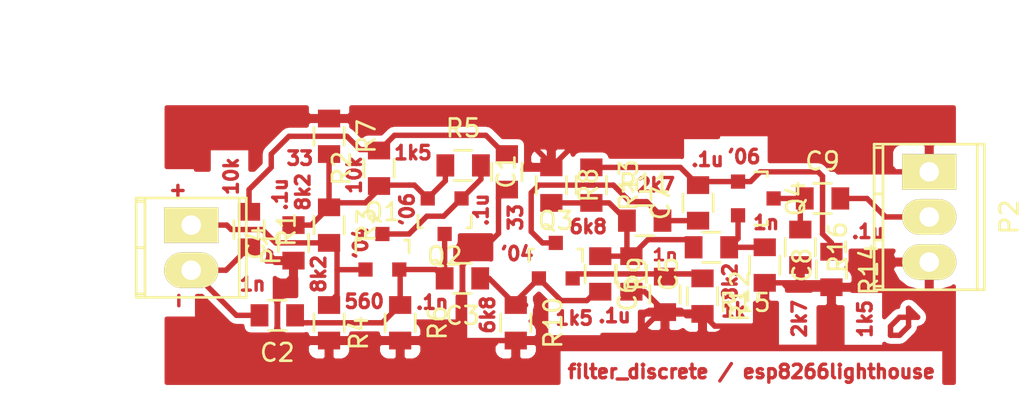
<source format=kicad_pcb>
(kicad_pcb (version 4) (host pcbnew 4.0.6-e0-6349~53~ubuntu16.04.1)

  (general
    (links 51)
    (no_connects 0)
    (area 18.396859 26.035 75.87988 48.722571)
    (thickness 1.6)
    (drawings 34)
    (tracks 160)
    (zones 0)
    (modules 31)
    (nets 17)
  )

  (page User 150.012 150.012)
  (layers
    (0 F.Cu signal)
    (31 B.Cu signal)
    (32 B.Adhes user)
    (33 F.Adhes user)
    (34 B.Paste user)
    (35 F.Paste user)
    (36 B.SilkS user)
    (37 F.SilkS user)
    (38 B.Mask user)
    (39 F.Mask user)
    (40 Dwgs.User user)
    (41 Cmts.User user)
    (42 Eco1.User user)
    (43 Eco2.User user)
    (44 Edge.Cuts user)
    (45 Margin user)
    (46 B.CrtYd user)
    (47 F.CrtYd user)
    (48 B.Fab user)
    (49 F.Fab user)
  )

  (setup
    (last_trace_width 0.3048)
    (trace_clearance 0.254)
    (zone_clearance 0.3302)
    (zone_45_only no)
    (trace_min 0.2)
    (segment_width 0.2)
    (edge_width 0.15)
    (via_size 0.6)
    (via_drill 0.4)
    (via_min_size 0.4)
    (via_min_drill 0.3)
    (uvia_size 0.3)
    (uvia_drill 0.1)
    (uvias_allowed no)
    (uvia_min_size 0)
    (uvia_min_drill 0)
    (pcb_text_width 1.905)
    (pcb_text_size 0.762 0.762)
    (mod_edge_width 0.15)
    (mod_text_size 1 1)
    (mod_text_width 0.15)
    (pad_size 1.99898 3.048)
    (pad_drill 1.09728)
    (pad_to_mask_clearance 0.2)
    (aux_axis_origin 0 0)
    (visible_elements FFFFFF5F)
    (pcbplotparams
      (layerselection 0x00000_00000001)
      (usegerberextensions false)
      (excludeedgelayer true)
      (linewidth 0.100000)
      (plotframeref false)
      (viasonmask false)
      (mode 1)
      (useauxorigin false)
      (hpglpennumber 1)
      (hpglpenspeed 20)
      (hpglpendiameter 15)
      (hpglpenoverlay 2)
      (psnegative false)
      (psa4output false)
      (plotreference true)
      (plotvalue true)
      (plotinvisibletext false)
      (padsonsilk false)
      (subtractmaskfromsilk false)
      (outputformat 2)
      (mirror false)
      (drillshape 1)
      (scaleselection 1)
      (outputdirectory ""))
  )

  (net 0 "")
  (net 1 "Net-(C1-Pad1)")
  (net 2 GND)
  (net 3 "Net-(C2-Pad1)")
  (net 4 "Net-(C2-Pad2)")
  (net 5 "Net-(C3-Pad1)")
  (net 6 "Net-(C4-Pad2)")
  (net 7 "Net-(C5-Pad1)")
  (net 8 "Net-(C6-Pad2)")
  (net 9 "Net-(C7-Pad1)")
  (net 10 "Net-(C7-Pad2)")
  (net 11 "Net-(C8-Pad1)")
  (net 12 "Net-(C9-Pad1)")
  (net 13 "Net-(C9-Pad2)")
  (net 14 "Net-(P1-Pad1)")
  (net 15 +3V3)
  (net 16 "Net-(Q1-Pad3)")

  (net_class Default "This is the default net class."
    (clearance 0.254)
    (trace_width 0.3048)
    (via_dia 0.6)
    (via_drill 0.4)
    (uvia_dia 0.3)
    (uvia_drill 0.1)
    (add_net +3V3)
    (add_net GND)
    (add_net "Net-(C1-Pad1)")
    (add_net "Net-(C2-Pad1)")
    (add_net "Net-(C2-Pad2)")
    (add_net "Net-(C3-Pad1)")
    (add_net "Net-(C4-Pad2)")
    (add_net "Net-(C5-Pad1)")
    (add_net "Net-(C6-Pad2)")
    (add_net "Net-(C7-Pad1)")
    (add_net "Net-(C7-Pad2)")
    (add_net "Net-(C8-Pad1)")
    (add_net "Net-(C9-Pad1)")
    (add_net "Net-(C9-Pad2)")
    (add_net "Net-(P1-Pad1)")
    (add_net "Net-(Q1-Pad3)")
  )

  (module TerminalBlock_Pheonix_MPT-2.54mm_2pol (layer F.Cu) (tedit 58DC1C02) (tstamp 58E13955)
    (at 28.75 38.5 270)
    (descr "2-way 2.54mm pitch terminal block, Phoenix MPT series")
    (path /58DC11C8)
    (fp_text reference P1 (at 1.27 -4.50088 270) (layer F.SilkS)
      (effects (font (size 1 1) (thickness 0.15)))
    )
    (fp_text value PD (at 1.27 4.50088 270) (layer F.Fab)
      (effects (font (size 1 1) (thickness 0.15)))
    )
    (fp_line (start -1.7 -3.3) (end 4.3 -3.3) (layer F.CrtYd) (width 0.05))
    (fp_line (start -1.7 3.3) (end -1.7 -3.3) (layer F.CrtYd) (width 0.05))
    (fp_line (start 4.3 3.3) (end -1.7 3.3) (layer F.CrtYd) (width 0.05))
    (fp_line (start 4.3 -3.3) (end 4.3 3.3) (layer F.CrtYd) (width 0.05))
    (fp_line (start 4.06908 2.60096) (end -1.52908 2.60096) (layer F.SilkS) (width 0.15))
    (fp_line (start -1.33096 3.0988) (end -1.33096 2.60096) (layer F.SilkS) (width 0.15))
    (fp_line (start 3.87096 2.60096) (end 3.87096 3.0988) (layer F.SilkS) (width 0.15))
    (fp_line (start 1.27 3.0988) (end 1.27 2.60096) (layer F.SilkS) (width 0.15))
    (fp_line (start -1.52908 -2.70002) (end 4.06908 -2.70002) (layer F.SilkS) (width 0.15))
    (fp_line (start -1.52908 3.0988) (end 4.06908 3.0988) (layer F.SilkS) (width 0.15))
    (fp_line (start 4.06908 3.0988) (end 4.06908 -3.0988) (layer F.SilkS) (width 0.15))
    (fp_line (start 4.06908 -3.0988) (end -1.52908 -3.0988) (layer F.SilkS) (width 0.15))
    (fp_line (start -1.52908 -3.0988) (end -1.52908 3.0988) (layer F.SilkS) (width 0.15))
    (pad 2 thru_hole oval (at 2.54 0 270) (size 1.99898 3.048) (drill 1.09728) (layers *.Cu *.Mask F.SilkS)
      (net 4 "Net-(C2-Pad2)"))
    (pad 1 thru_hole rect (at 0 0 270) (size 1.99898 3.048) (drill 1.09728) (layers *.Cu *.Mask F.SilkS)
      (net 14 "Net-(P1-Pad1)"))
    (model Terminal_Blocks.3dshapes/TerminalBlock_Pheonix_MPT-2.54mm_2pol.wrl
      (at (xyz 0.05 0 0))
      (scale (xyz 1 1 1))
      (rotate (xyz 0 0 0))
    )
  )

  (module C_0805 (layer F.Cu) (tedit 58DC1DA1) (tstamp 58E138E2)
    (at 46.5 35.5 270)
    (descr "Capacitor SMD 0805, reflow soldering, AVX (see smccp.pdf)")
    (tags "capacitor 0805")
    (path /58DC1114)
    (attr smd)
    (fp_text reference C1 (at -0.02 0.03 270) (layer F.SilkS)
      (effects (font (size 1 1) (thickness 0.15)))
    )
    (fp_text value 100n (at -2.11 -0.17 270) (layer F.Fab)
      (effects (font (size 1 1) (thickness 0.15)))
    )
    (fp_line (start -1.8 -1) (end 1.8 -1) (layer F.CrtYd) (width 0.05))
    (fp_line (start -1.8 1) (end 1.8 1) (layer F.CrtYd) (width 0.05))
    (fp_line (start -1.8 -1) (end -1.8 1) (layer F.CrtYd) (width 0.05))
    (fp_line (start 1.8 -1) (end 1.8 1) (layer F.CrtYd) (width 0.05))
    (fp_line (start 0.5 -0.85) (end -0.5 -0.85) (layer F.SilkS) (width 0.15))
    (fp_line (start -0.5 0.85) (end 0.5 0.85) (layer F.SilkS) (width 0.15))
    (pad 1 smd rect (at -1 0 270) (size 1 1.25) (layers F.Cu F.Paste F.Mask)
      (net 1 "Net-(C1-Pad1)"))
    (pad 2 smd rect (at 1 0 270) (size 1 1.25) (layers F.Cu F.Paste F.Mask)
      (net 2 GND))
    (model Capacitors_SMD.3dshapes/C_0805.wrl
      (at (xyz 0 0 0))
      (scale (xyz 1 1 1))
      (rotate (xyz 0 0 0))
    )
  )

  (module C_0805 (layer F.Cu) (tedit 5415D6EA) (tstamp 58E138EE)
    (at 33.59 43.58 180)
    (descr "Capacitor SMD 0805, reflow soldering, AVX (see smccp.pdf)")
    (tags "capacitor 0805")
    (path /58DC1428)
    (attr smd)
    (fp_text reference C2 (at 0 -2.1 180) (layer F.SilkS)
      (effects (font (size 1 1) (thickness 0.15)))
    )
    (fp_text value 1n (at 0 2.1 180) (layer F.Fab)
      (effects (font (size 1 1) (thickness 0.15)))
    )
    (fp_line (start -1.8 -1) (end 1.8 -1) (layer F.CrtYd) (width 0.05))
    (fp_line (start -1.8 1) (end 1.8 1) (layer F.CrtYd) (width 0.05))
    (fp_line (start -1.8 -1) (end -1.8 1) (layer F.CrtYd) (width 0.05))
    (fp_line (start 1.8 -1) (end 1.8 1) (layer F.CrtYd) (width 0.05))
    (fp_line (start 0.5 -0.85) (end -0.5 -0.85) (layer F.SilkS) (width 0.15))
    (fp_line (start -0.5 0.85) (end 0.5 0.85) (layer F.SilkS) (width 0.15))
    (pad 1 smd rect (at -1 0 180) (size 1 1.25) (layers F.Cu F.Paste F.Mask)
      (net 3 "Net-(C2-Pad1)"))
    (pad 2 smd rect (at 1 0 180) (size 1 1.25) (layers F.Cu F.Paste F.Mask)
      (net 4 "Net-(C2-Pad2)"))
    (model Capacitors_SMD.3dshapes/C_0805.wrl
      (at (xyz 0 0 0))
      (scale (xyz 1 1 1))
      (rotate (xyz 0 0 0))
    )
  )

  (module C_0805 (layer F.Cu) (tedit 5415D6EA) (tstamp 58E138FA)
    (at 44 41.5 180)
    (descr "Capacitor SMD 0805, reflow soldering, AVX (see smccp.pdf)")
    (tags "capacitor 0805")
    (path /58DC1D2C)
    (attr smd)
    (fp_text reference C3 (at 0 -2.1 180) (layer F.SilkS)
      (effects (font (size 1 1) (thickness 0.15)))
    )
    (fp_text value 100p (at 0 2.1 180) (layer F.Fab)
      (effects (font (size 1 1) (thickness 0.15)))
    )
    (fp_line (start -1.8 -1) (end 1.8 -1) (layer F.CrtYd) (width 0.05))
    (fp_line (start -1.8 1) (end 1.8 1) (layer F.CrtYd) (width 0.05))
    (fp_line (start -1.8 -1) (end -1.8 1) (layer F.CrtYd) (width 0.05))
    (fp_line (start 1.8 -1) (end 1.8 1) (layer F.CrtYd) (width 0.05))
    (fp_line (start 0.5 -0.85) (end -0.5 -0.85) (layer F.SilkS) (width 0.15))
    (fp_line (start -0.5 0.85) (end 0.5 0.85) (layer F.SilkS) (width 0.15))
    (pad 1 smd rect (at -1 0 180) (size 1 1.25) (layers F.Cu F.Paste F.Mask)
      (net 5 "Net-(C3-Pad1)"))
    (pad 2 smd rect (at 1 0 180) (size 1 1.25) (layers F.Cu F.Paste F.Mask)
      (net 3 "Net-(C2-Pad1)"))
    (model Capacitors_SMD.3dshapes/C_0805.wrl
      (at (xyz 0 0 0))
      (scale (xyz 1 1 1))
      (rotate (xyz 0 0 0))
    )
  )

  (module C_0805 (layer F.Cu) (tedit 5415D6EA) (tstamp 58E13906)
    (at 34.5 39.5 90)
    (descr "Capacitor SMD 0805, reflow soldering, AVX (see smccp.pdf)")
    (tags "capacitor 0805")
    (path /58DC1B0E)
    (attr smd)
    (fp_text reference C4 (at 0 -2.1 90) (layer F.SilkS)
      (effects (font (size 1 1) (thickness 0.15)))
    )
    (fp_text value 100n (at -0.04 -0.47 90) (layer F.Fab)
      (effects (font (size 1 1) (thickness 0.15)))
    )
    (fp_line (start -1.8 -1) (end 1.8 -1) (layer F.CrtYd) (width 0.05))
    (fp_line (start -1.8 1) (end 1.8 1) (layer F.CrtYd) (width 0.05))
    (fp_line (start -1.8 -1) (end -1.8 1) (layer F.CrtYd) (width 0.05))
    (fp_line (start 1.8 -1) (end 1.8 1) (layer F.CrtYd) (width 0.05))
    (fp_line (start 0.5 -0.85) (end -0.5 -0.85) (layer F.SilkS) (width 0.15))
    (fp_line (start -0.5 0.85) (end 0.5 0.85) (layer F.SilkS) (width 0.15))
    (pad 1 smd rect (at -1 0 90) (size 1 1.25) (layers F.Cu F.Paste F.Mask)
      (net 2 GND))
    (pad 2 smd rect (at 1 0 90) (size 1 1.25) (layers F.Cu F.Paste F.Mask)
      (net 6 "Net-(C4-Pad2)"))
    (model Capacitors_SMD.3dshapes/C_0805.wrl
      (at (xyz 0 0 0))
      (scale (xyz 1 1 1))
      (rotate (xyz 0 0 0))
    )
  )

  (module C_0805 (layer F.Cu) (tedit 58DC1F31) (tstamp 58E13912)
    (at 53.5 41.25 270)
    (descr "Capacitor SMD 0805, reflow soldering, AVX (see smccp.pdf)")
    (tags "capacitor 0805")
    (path /58DC1F76)
    (attr smd)
    (fp_text reference C5 (at 0 -2.1 270) (layer F.SilkS)
      (effects (font (size 1 1) (thickness 0.15)))
    )
    (fp_text value 100n (at 0.16 0 270) (layer F.Fab)
      (effects (font (size 1 1) (thickness 0.15)))
    )
    (fp_line (start -1.8 -1) (end 1.8 -1) (layer F.CrtYd) (width 0.05))
    (fp_line (start -1.8 1) (end 1.8 1) (layer F.CrtYd) (width 0.05))
    (fp_line (start -1.8 -1) (end -1.8 1) (layer F.CrtYd) (width 0.05))
    (fp_line (start 1.8 -1) (end 1.8 1) (layer F.CrtYd) (width 0.05))
    (fp_line (start 0.5 -0.85) (end -0.5 -0.85) (layer F.SilkS) (width 0.15))
    (fp_line (start -0.5 0.85) (end 0.5 0.85) (layer F.SilkS) (width 0.15))
    (pad 1 smd rect (at -1 0 270) (size 1 1.25) (layers F.Cu F.Paste F.Mask)
      (net 7 "Net-(C5-Pad1)"))
    (pad 2 smd rect (at 1 0 270) (size 1 1.25) (layers F.Cu F.Paste F.Mask)
      (net 2 GND))
    (model Capacitors_SMD.3dshapes/C_0805.wrl
      (at (xyz 0 0 0))
      (scale (xyz 1 1 1))
      (rotate (xyz 0 0 0))
    )
  )

  (module C_0805 (layer F.Cu) (tedit 58DC204E) (tstamp 58E1391E)
    (at 55.39 42.4 90)
    (descr "Capacitor SMD 0805, reflow soldering, AVX (see smccp.pdf)")
    (tags "capacitor 0805")
    (path /58DC2858)
    (attr smd)
    (fp_text reference C6 (at 0 -2.1 90) (layer F.SilkS)
      (effects (font (size 1 1) (thickness 0.15)))
    )
    (fp_text value 1n (at -3.24 -0.15 90) (layer F.Fab)
      (effects (font (size 1 1) (thickness 0.15)))
    )
    (fp_line (start -1.8 -1) (end 1.8 -1) (layer F.CrtYd) (width 0.05))
    (fp_line (start -1.8 1) (end 1.8 1) (layer F.CrtYd) (width 0.05))
    (fp_line (start -1.8 -1) (end -1.8 1) (layer F.CrtYd) (width 0.05))
    (fp_line (start 1.8 -1) (end 1.8 1) (layer F.CrtYd) (width 0.05))
    (fp_line (start 0.5 -0.85) (end -0.5 -0.85) (layer F.SilkS) (width 0.15))
    (fp_line (start -0.5 0.85) (end 0.5 0.85) (layer F.SilkS) (width 0.15))
    (pad 1 smd rect (at -1 0 90) (size 1 1.25) (layers F.Cu F.Paste F.Mask)
      (net 2 GND))
    (pad 2 smd rect (at 1 0 90) (size 1 1.25) (layers F.Cu F.Paste F.Mask)
      (net 8 "Net-(C6-Pad2)"))
    (model Capacitors_SMD.3dshapes/C_0805.wrl
      (at (xyz 0 0 0))
      (scale (xyz 1 1 1))
      (rotate (xyz 0 0 0))
    )
  )

  (module C_0805 (layer F.Cu) (tedit 58DC222D) (tstamp 58E1392A)
    (at 57.25 37.25 90)
    (descr "Capacitor SMD 0805, reflow soldering, AVX (see smccp.pdf)")
    (tags "capacitor 0805")
    (path /58DC2BD6)
    (attr smd)
    (fp_text reference C7 (at 0 -2.1 90) (layer F.SilkS)
      (effects (font (size 1 1) (thickness 0.15)))
    )
    (fp_text value 100n (at 3.8 -0.17 90) (layer F.Fab)
      (effects (font (size 1 1) (thickness 0.15)))
    )
    (fp_line (start -1.8 -1) (end 1.8 -1) (layer F.CrtYd) (width 0.05))
    (fp_line (start -1.8 1) (end 1.8 1) (layer F.CrtYd) (width 0.05))
    (fp_line (start -1.8 -1) (end -1.8 1) (layer F.CrtYd) (width 0.05))
    (fp_line (start 1.8 -1) (end 1.8 1) (layer F.CrtYd) (width 0.05))
    (fp_line (start 0.5 -0.85) (end -0.5 -0.85) (layer F.SilkS) (width 0.15))
    (fp_line (start -0.5 0.85) (end 0.5 0.85) (layer F.SilkS) (width 0.15))
    (pad 1 smd rect (at -1 0 90) (size 1 1.25) (layers F.Cu F.Paste F.Mask)
      (net 9 "Net-(C7-Pad1)"))
    (pad 2 smd rect (at 1 0 90) (size 1 1.25) (layers F.Cu F.Paste F.Mask)
      (net 10 "Net-(C7-Pad2)"))
    (model Capacitors_SMD.3dshapes/C_0805.wrl
      (at (xyz 0 0 0))
      (scale (xyz 1 1 1))
      (rotate (xyz 0 0 0))
    )
  )

  (module C_0805 (layer F.Cu) (tedit 5415D6EA) (tstamp 58E13936)
    (at 61 40.75 270)
    (descr "Capacitor SMD 0805, reflow soldering, AVX (see smccp.pdf)")
    (tags "capacitor 0805")
    (path /58DC318E)
    (attr smd)
    (fp_text reference C8 (at 0 -2.1 270) (layer F.SilkS)
      (effects (font (size 1 1) (thickness 0.15)))
    )
    (fp_text value 1n (at -0.02 0.09 270) (layer F.Fab)
      (effects (font (size 1 1) (thickness 0.15)))
    )
    (fp_line (start -1.8 -1) (end 1.8 -1) (layer F.CrtYd) (width 0.05))
    (fp_line (start -1.8 1) (end 1.8 1) (layer F.CrtYd) (width 0.05))
    (fp_line (start -1.8 -1) (end -1.8 1) (layer F.CrtYd) (width 0.05))
    (fp_line (start 1.8 -1) (end 1.8 1) (layer F.CrtYd) (width 0.05))
    (fp_line (start 0.5 -0.85) (end -0.5 -0.85) (layer F.SilkS) (width 0.15))
    (fp_line (start -0.5 0.85) (end 0.5 0.85) (layer F.SilkS) (width 0.15))
    (pad 1 smd rect (at -1 0 270) (size 1 1.25) (layers F.Cu F.Paste F.Mask)
      (net 11 "Net-(C8-Pad1)"))
    (pad 2 smd rect (at 1 0 270) (size 1 1.25) (layers F.Cu F.Paste F.Mask)
      (net 2 GND))
    (model Capacitors_SMD.3dshapes/C_0805.wrl
      (at (xyz 0 0 0))
      (scale (xyz 1 1 1))
      (rotate (xyz 0 0 0))
    )
  )

  (module C_0805 (layer F.Cu) (tedit 5415D6EA) (tstamp 58E13942)
    (at 64.25 37)
    (descr "Capacitor SMD 0805, reflow soldering, AVX (see smccp.pdf)")
    (tags "capacitor 0805")
    (path /58DC334D)
    (attr smd)
    (fp_text reference C9 (at 0 -2.1) (layer F.SilkS)
      (effects (font (size 1 1) (thickness 0.15)))
    )
    (fp_text value 100n (at 0 2.1) (layer F.Fab)
      (effects (font (size 1 1) (thickness 0.15)))
    )
    (fp_line (start -1.8 -1) (end 1.8 -1) (layer F.CrtYd) (width 0.05))
    (fp_line (start -1.8 1) (end 1.8 1) (layer F.CrtYd) (width 0.05))
    (fp_line (start -1.8 -1) (end -1.8 1) (layer F.CrtYd) (width 0.05))
    (fp_line (start 1.8 -1) (end 1.8 1) (layer F.CrtYd) (width 0.05))
    (fp_line (start 0.5 -0.85) (end -0.5 -0.85) (layer F.SilkS) (width 0.15))
    (fp_line (start -0.5 0.85) (end 0.5 0.85) (layer F.SilkS) (width 0.15))
    (pad 1 smd rect (at -1 0) (size 1 1.25) (layers F.Cu F.Paste F.Mask)
      (net 12 "Net-(C9-Pad1)"))
    (pad 2 smd rect (at 1 0) (size 1 1.25) (layers F.Cu F.Paste F.Mask)
      (net 13 "Net-(C9-Pad2)"))
    (model Capacitors_SMD.3dshapes/C_0805.wrl
      (at (xyz 0 0 0))
      (scale (xyz 1 1 1))
      (rotate (xyz 0 0 0))
    )
  )

  (module TerminalBlock_Pheonix_MPT-2.54mm_3pol (layer F.Cu) (tedit 58DC1BCC) (tstamp 58E1396A)
    (at 70.25 35.5 270)
    (descr "3-way 2.54mm pitch terminal block, Phoenix MPT series")
    (path /58DC3AC4)
    (fp_text reference P2 (at 2.54 -4.50088 270) (layer F.SilkS)
      (effects (font (size 1 1) (thickness 0.15)))
    )
    (fp_text value CONN_01X03 (at 2.54 4.50088 270) (layer F.Fab)
      (effects (font (size 1 1) (thickness 0.15)))
    )
    (fp_line (start -1.778 3.302) (end 6.858 3.302) (layer F.CrtYd) (width 0.05))
    (fp_line (start -1.778 -3.302) (end -1.778 3.302) (layer F.CrtYd) (width 0.05))
    (fp_line (start 6.858 -3.302) (end -1.778 -3.302) (layer F.CrtYd) (width 0.05))
    (fp_line (start 6.858 3.302) (end 6.858 -3.302) (layer F.CrtYd) (width 0.05))
    (fp_line (start 6.63956 -3.0988) (end -1.55956 -3.0988) (layer F.SilkS) (width 0.15))
    (fp_line (start 6.63956 -2.70002) (end -1.55956 -2.70002) (layer F.SilkS) (width 0.15))
    (fp_line (start 6.63956 2.60096) (end -1.55956 2.60096) (layer F.SilkS) (width 0.15))
    (fp_line (start -1.55956 3.0988) (end 6.63956 3.0988) (layer F.SilkS) (width 0.15))
    (fp_line (start 3.84048 2.60096) (end 3.84048 3.0988) (layer F.SilkS) (width 0.15))
    (fp_line (start -1.3589 3.0988) (end -1.3589 2.60096) (layer F.SilkS) (width 0.15))
    (fp_line (start 6.44144 2.60096) (end 6.44144 3.0988) (layer F.SilkS) (width 0.15))
    (fp_line (start 1.24206 3.0988) (end 1.24206 2.60096) (layer F.SilkS) (width 0.15))
    (fp_line (start 6.63956 3.0988) (end 6.63956 -3.0988) (layer F.SilkS) (width 0.15))
    (fp_line (start -1.55702 -3.0988) (end -1.55702 3.0988) (layer F.SilkS) (width 0.15))
    (pad 3 thru_hole oval (at 5.08 0 270) (size 1.99898 3.048) (drill 1.09728) (layers *.Cu *.Mask F.SilkS)
      (net 2 GND))
    (pad 1 thru_hole rect (at 0 0 270) (size 1.99898 3.048) (drill 1.09728) (layers *.Cu *.Mask F.SilkS)
      (net 15 +3V3))
    (pad 2 thru_hole oval (at 2.54 0 270) (size 1.99898 3.048) (drill 1.09728) (layers *.Cu *.Mask F.SilkS)
      (net 13 "Net-(C9-Pad2)"))
    (model Terminal_Blocks.3dshapes/TerminalBlock_Pheonix_MPT-2.54mm_3pol.wrl
      (at (xyz 0.1 0 0))
      (scale (xyz 1 1 1))
      (rotate (xyz 0 0 0))
    )
  )

  (module SOT-23 (layer F.Cu) (tedit 553634F8) (tstamp 58E1397A)
    (at 39.5 40)
    (descr "SOT-23, Standard")
    (tags SOT-23)
    (path /58DC1029)
    (attr smd)
    (fp_text reference Q1 (at 0 -2.25) (layer F.SilkS)
      (effects (font (size 1 1) (thickness 0.15)))
    )
    (fp_text value MMBT3904 (at 0 2.3) (layer F.Fab)
      (effects (font (size 1 1) (thickness 0.15)))
    )
    (fp_line (start -1.65 -1.6) (end 1.65 -1.6) (layer F.CrtYd) (width 0.05))
    (fp_line (start 1.65 -1.6) (end 1.65 1.6) (layer F.CrtYd) (width 0.05))
    (fp_line (start 1.65 1.6) (end -1.65 1.6) (layer F.CrtYd) (width 0.05))
    (fp_line (start -1.65 1.6) (end -1.65 -1.6) (layer F.CrtYd) (width 0.05))
    (fp_line (start 1.29916 -0.65024) (end 1.2509 -0.65024) (layer F.SilkS) (width 0.15))
    (fp_line (start -1.49982 0.0508) (end -1.49982 -0.65024) (layer F.SilkS) (width 0.15))
    (fp_line (start -1.49982 -0.65024) (end -1.2509 -0.65024) (layer F.SilkS) (width 0.15))
    (fp_line (start 1.29916 -0.65024) (end 1.49982 -0.65024) (layer F.SilkS) (width 0.15))
    (fp_line (start 1.49982 -0.65024) (end 1.49982 0.0508) (layer F.SilkS) (width 0.15))
    (pad 1 smd rect (at -0.95 1.00076) (size 0.8001 0.8001) (layers F.Cu F.Paste F.Mask)
      (net 14 "Net-(P1-Pad1)"))
    (pad 2 smd rect (at 0.95 1.00076) (size 0.8001 0.8001) (layers F.Cu F.Paste F.Mask)
      (net 3 "Net-(C2-Pad1)"))
    (pad 3 smd rect (at 0 -0.99822) (size 0.8001 0.8001) (layers F.Cu F.Paste F.Mask)
      (net 16 "Net-(Q1-Pad3)"))
    (model TO_SOT_Packages_SMD.3dshapes/SOT-23.wrl
      (at (xyz 0 0 0))
      (scale (xyz 1 1 1))
      (rotate (xyz 0 0 0))
    )
  )

  (module SOT-23 (layer F.Cu) (tedit 553634F8) (tstamp 58E1398A)
    (at 43 38 180)
    (descr "SOT-23, Standard")
    (tags SOT-23)
    (path /58DC1096)
    (attr smd)
    (fp_text reference Q2 (at 0 -2.25 180) (layer F.SilkS)
      (effects (font (size 1 1) (thickness 0.15)))
    )
    (fp_text value PMBT3906 (at 0 2.3 180) (layer F.Fab)
      (effects (font (size 1 1) (thickness 0.15)))
    )
    (fp_line (start -1.65 -1.6) (end 1.65 -1.6) (layer F.CrtYd) (width 0.05))
    (fp_line (start 1.65 -1.6) (end 1.65 1.6) (layer F.CrtYd) (width 0.05))
    (fp_line (start 1.65 1.6) (end -1.65 1.6) (layer F.CrtYd) (width 0.05))
    (fp_line (start -1.65 1.6) (end -1.65 -1.6) (layer F.CrtYd) (width 0.05))
    (fp_line (start 1.29916 -0.65024) (end 1.2509 -0.65024) (layer F.SilkS) (width 0.15))
    (fp_line (start -1.49982 0.0508) (end -1.49982 -0.65024) (layer F.SilkS) (width 0.15))
    (fp_line (start -1.49982 -0.65024) (end -1.2509 -0.65024) (layer F.SilkS) (width 0.15))
    (fp_line (start 1.29916 -0.65024) (end 1.49982 -0.65024) (layer F.SilkS) (width 0.15))
    (fp_line (start 1.49982 -0.65024) (end 1.49982 0.0508) (layer F.SilkS) (width 0.15))
    (pad 1 smd rect (at -0.95 1.00076 180) (size 0.8001 0.8001) (layers F.Cu F.Paste F.Mask)
      (net 16 "Net-(Q1-Pad3)"))
    (pad 2 smd rect (at 0.95 1.00076 180) (size 0.8001 0.8001) (layers F.Cu F.Paste F.Mask)
      (net 6 "Net-(C4-Pad2)"))
    (pad 3 smd rect (at 0 -0.99822 180) (size 0.8001 0.8001) (layers F.Cu F.Paste F.Mask)
      (net 3 "Net-(C2-Pad1)"))
    (model TO_SOT_Packages_SMD.3dshapes/SOT-23.wrl
      (at (xyz 0 0 0))
      (scale (xyz 1 1 1))
      (rotate (xyz 0 0 0))
    )
  )

  (module SOT-23 (layer F.Cu) (tedit 553634F8) (tstamp 58E1399A)
    (at 49.25 40.5)
    (descr "SOT-23, Standard")
    (tags SOT-23)
    (path /58DC247D)
    (attr smd)
    (fp_text reference Q3 (at 0 -2.25) (layer F.SilkS)
      (effects (font (size 1 1) (thickness 0.15)))
    )
    (fp_text value MMBT3904 (at 0 2.3) (layer F.Fab)
      (effects (font (size 1 1) (thickness 0.15)))
    )
    (fp_line (start -1.65 -1.6) (end 1.65 -1.6) (layer F.CrtYd) (width 0.05))
    (fp_line (start 1.65 -1.6) (end 1.65 1.6) (layer F.CrtYd) (width 0.05))
    (fp_line (start 1.65 1.6) (end -1.65 1.6) (layer F.CrtYd) (width 0.05))
    (fp_line (start -1.65 1.6) (end -1.65 -1.6) (layer F.CrtYd) (width 0.05))
    (fp_line (start 1.29916 -0.65024) (end 1.2509 -0.65024) (layer F.SilkS) (width 0.15))
    (fp_line (start -1.49982 0.0508) (end -1.49982 -0.65024) (layer F.SilkS) (width 0.15))
    (fp_line (start -1.49982 -0.65024) (end -1.2509 -0.65024) (layer F.SilkS) (width 0.15))
    (fp_line (start 1.29916 -0.65024) (end 1.49982 -0.65024) (layer F.SilkS) (width 0.15))
    (fp_line (start 1.49982 -0.65024) (end 1.49982 0.0508) (layer F.SilkS) (width 0.15))
    (pad 1 smd rect (at -0.95 1.00076) (size 0.8001 0.8001) (layers F.Cu F.Paste F.Mask)
      (net 5 "Net-(C3-Pad1)"))
    (pad 2 smd rect (at 0.95 1.00076) (size 0.8001 0.8001) (layers F.Cu F.Paste F.Mask)
      (net 8 "Net-(C6-Pad2)"))
    (pad 3 smd rect (at 0 -0.99822) (size 0.8001 0.8001) (layers F.Cu F.Paste F.Mask)
      (net 9 "Net-(C7-Pad1)"))
    (model TO_SOT_Packages_SMD.3dshapes/SOT-23.wrl
      (at (xyz 0 0 0))
      (scale (xyz 1 1 1))
      (rotate (xyz 0 0 0))
    )
  )

  (module SOT-23 (layer F.Cu) (tedit 58DC2228) (tstamp 58E139AA)
    (at 60.5 37 270)
    (descr "SOT-23, Standard")
    (tags SOT-23)
    (path /58DC2D16)
    (attr smd)
    (fp_text reference Q4 (at 0 -2.25 270) (layer F.SilkS)
      (effects (font (size 1 1) (thickness 0.15)))
    )
    (fp_text value PMBT3906 (at -5.3 -0.64 270) (layer F.Fab)
      (effects (font (size 1 1) (thickness 0.15)))
    )
    (fp_line (start -1.65 -1.6) (end 1.65 -1.6) (layer F.CrtYd) (width 0.05))
    (fp_line (start 1.65 -1.6) (end 1.65 1.6) (layer F.CrtYd) (width 0.05))
    (fp_line (start 1.65 1.6) (end -1.65 1.6) (layer F.CrtYd) (width 0.05))
    (fp_line (start -1.65 1.6) (end -1.65 -1.6) (layer F.CrtYd) (width 0.05))
    (fp_line (start 1.29916 -0.65024) (end 1.2509 -0.65024) (layer F.SilkS) (width 0.15))
    (fp_line (start -1.49982 0.0508) (end -1.49982 -0.65024) (layer F.SilkS) (width 0.15))
    (fp_line (start -1.49982 -0.65024) (end -1.2509 -0.65024) (layer F.SilkS) (width 0.15))
    (fp_line (start 1.29916 -0.65024) (end 1.49982 -0.65024) (layer F.SilkS) (width 0.15))
    (fp_line (start 1.49982 -0.65024) (end 1.49982 0.0508) (layer F.SilkS) (width 0.15))
    (pad 1 smd rect (at -0.95 1.00076 270) (size 0.8001 0.8001) (layers F.Cu F.Paste F.Mask)
      (net 10 "Net-(C7-Pad2)"))
    (pad 2 smd rect (at 0.95 1.00076 270) (size 0.8001 0.8001) (layers F.Cu F.Paste F.Mask)
      (net 11 "Net-(C8-Pad1)"))
    (pad 3 smd rect (at 0 -0.99822 270) (size 0.8001 0.8001) (layers F.Cu F.Paste F.Mask)
      (net 12 "Net-(C9-Pad1)"))
    (model TO_SOT_Packages_SMD.3dshapes/SOT-23.wrl
      (at (xyz 0 0 0))
      (scale (xyz 1 1 1))
      (rotate (xyz 0 0 0))
    )
  )

  (module C_0805 (layer F.Cu) (tedit 5415D6EA) (tstamp 58E139B6)
    (at 32 38.75 270)
    (descr "Capacitor SMD 0805, reflow soldering, AVX (see smccp.pdf)")
    (tags "capacitor 0805")
    (path /58DC123B)
    (attr smd)
    (fp_text reference R1 (at 0 -2.1 270) (layer F.SilkS)
      (effects (font (size 1 1) (thickness 0.15)))
    )
    (fp_text value 10k (at 0 2.1 270) (layer F.Fab)
      (effects (font (size 1 1) (thickness 0.15)))
    )
    (fp_line (start -1.8 -1) (end 1.8 -1) (layer F.CrtYd) (width 0.05))
    (fp_line (start -1.8 1) (end 1.8 1) (layer F.CrtYd) (width 0.05))
    (fp_line (start -1.8 -1) (end -1.8 1) (layer F.CrtYd) (width 0.05))
    (fp_line (start 1.8 -1) (end 1.8 1) (layer F.CrtYd) (width 0.05))
    (fp_line (start 0.5 -0.85) (end -0.5 -0.85) (layer F.SilkS) (width 0.15))
    (fp_line (start -0.5 0.85) (end 0.5 0.85) (layer F.SilkS) (width 0.15))
    (pad 1 smd rect (at -1 0 270) (size 1 1.25) (layers F.Cu F.Paste F.Mask)
      (net 1 "Net-(C1-Pad1)"))
    (pad 2 smd rect (at 1 0 270) (size 1 1.25) (layers F.Cu F.Paste F.Mask)
      (net 4 "Net-(C2-Pad2)"))
    (model Capacitors_SMD.3dshapes/C_0805.wrl
      (at (xyz 0 0 0))
      (scale (xyz 1 1 1))
      (rotate (xyz 0 0 0))
    )
  )

  (module C_0805 (layer F.Cu) (tedit 5415D6EA) (tstamp 58E139C2)
    (at 39.31 35.3 90)
    (descr "Capacitor SMD 0805, reflow soldering, AVX (see smccp.pdf)")
    (tags "capacitor 0805")
    (path /58DC127E)
    (attr smd)
    (fp_text reference R2 (at 0 -2.1 90) (layer F.SilkS)
      (effects (font (size 1 1) (thickness 0.15)))
    )
    (fp_text value 10k (at 2.18 0.66 180) (layer F.Fab)
      (effects (font (size 1 1) (thickness 0.15)))
    )
    (fp_line (start -1.8 -1) (end 1.8 -1) (layer F.CrtYd) (width 0.05))
    (fp_line (start -1.8 1) (end 1.8 1) (layer F.CrtYd) (width 0.05))
    (fp_line (start -1.8 -1) (end -1.8 1) (layer F.CrtYd) (width 0.05))
    (fp_line (start 1.8 -1) (end 1.8 1) (layer F.CrtYd) (width 0.05))
    (fp_line (start 0.5 -0.85) (end -0.5 -0.85) (layer F.SilkS) (width 0.15))
    (fp_line (start -0.5 0.85) (end 0.5 0.85) (layer F.SilkS) (width 0.15))
    (pad 1 smd rect (at -1 0 90) (size 1 1.25) (layers F.Cu F.Paste F.Mask)
      (net 6 "Net-(C4-Pad2)"))
    (pad 2 smd rect (at 1 0 90) (size 1 1.25) (layers F.Cu F.Paste F.Mask)
      (net 1 "Net-(C1-Pad1)"))
    (model Capacitors_SMD.3dshapes/C_0805.wrl
      (at (xyz 0 0 0))
      (scale (xyz 1 1 1))
      (rotate (xyz 0 0 0))
    )
  )

  (module C_0805 (layer F.Cu) (tedit 5415D6EA) (tstamp 58E139CE)
    (at 36.5 38.5 270)
    (descr "Capacitor SMD 0805, reflow soldering, AVX (see smccp.pdf)")
    (tags "capacitor 0805")
    (path /58DC132D)
    (attr smd)
    (fp_text reference R3 (at 0 -2.1 270) (layer F.SilkS)
      (effects (font (size 1 1) (thickness 0.15)))
    )
    (fp_text value 8k2 (at -2.76 1.26 270) (layer F.Fab)
      (effects (font (size 1 1) (thickness 0.15)))
    )
    (fp_line (start -1.8 -1) (end 1.8 -1) (layer F.CrtYd) (width 0.05))
    (fp_line (start -1.8 1) (end 1.8 1) (layer F.CrtYd) (width 0.05))
    (fp_line (start -1.8 -1) (end -1.8 1) (layer F.CrtYd) (width 0.05))
    (fp_line (start 1.8 -1) (end 1.8 1) (layer F.CrtYd) (width 0.05))
    (fp_line (start 0.5 -0.85) (end -0.5 -0.85) (layer F.SilkS) (width 0.15))
    (fp_line (start -0.5 0.85) (end 0.5 0.85) (layer F.SilkS) (width 0.15))
    (pad 1 smd rect (at -1 0 270) (size 1 1.25) (layers F.Cu F.Paste F.Mask)
      (net 6 "Net-(C4-Pad2)"))
    (pad 2 smd rect (at 1 0 270) (size 1 1.25) (layers F.Cu F.Paste F.Mask)
      (net 14 "Net-(P1-Pad1)"))
    (model Capacitors_SMD.3dshapes/C_0805.wrl
      (at (xyz 0 0 0))
      (scale (xyz 1 1 1))
      (rotate (xyz 0 0 0))
    )
  )

  (module C_0805 (layer F.Cu) (tedit 58DC206F) (tstamp 58E139DA)
    (at 36.5 44 270)
    (descr "Capacitor SMD 0805, reflow soldering, AVX (see smccp.pdf)")
    (tags "capacitor 0805")
    (path /58DC14C1)
    (attr smd)
    (fp_text reference R4 (at 0.57 -1.67 270) (layer F.SilkS)
      (effects (font (size 1 1) (thickness 0.15)))
    )
    (fp_text value 8k2 (at 0.62 1.54 270) (layer F.Fab)
      (effects (font (size 1 1) (thickness 0.15)))
    )
    (fp_line (start -1.8 -1) (end 1.8 -1) (layer F.CrtYd) (width 0.05))
    (fp_line (start -1.8 1) (end 1.8 1) (layer F.CrtYd) (width 0.05))
    (fp_line (start -1.8 -1) (end -1.8 1) (layer F.CrtYd) (width 0.05))
    (fp_line (start 1.8 -1) (end 1.8 1) (layer F.CrtYd) (width 0.05))
    (fp_line (start 0.5 -0.85) (end -0.5 -0.85) (layer F.SilkS) (width 0.15))
    (fp_line (start -0.5 0.85) (end 0.5 0.85) (layer F.SilkS) (width 0.15))
    (pad 1 smd rect (at -1 0 270) (size 1 1.25) (layers F.Cu F.Paste F.Mask)
      (net 14 "Net-(P1-Pad1)"))
    (pad 2 smd rect (at 1 0 270) (size 1 1.25) (layers F.Cu F.Paste F.Mask)
      (net 2 GND))
    (model Capacitors_SMD.3dshapes/C_0805.wrl
      (at (xyz 0 0 0))
      (scale (xyz 1 1 1))
      (rotate (xyz 0 0 0))
    )
  )

  (module C_0805 (layer F.Cu) (tedit 58DC2062) (tstamp 58E139E6)
    (at 44.04 35.14)
    (descr "Capacitor SMD 0805, reflow soldering, AVX (see smccp.pdf)")
    (tags "capacitor 0805")
    (path /58DC1754)
    (attr smd)
    (fp_text reference R5 (at 0 -2.1) (layer F.SilkS)
      (effects (font (size 1 1) (thickness 0.15)))
    )
    (fp_text value 1k5 (at -0.07 -2.02) (layer F.Fab)
      (effects (font (size 1 1) (thickness 0.15)))
    )
    (fp_line (start -1.8 -1) (end 1.8 -1) (layer F.CrtYd) (width 0.05))
    (fp_line (start -1.8 1) (end 1.8 1) (layer F.CrtYd) (width 0.05))
    (fp_line (start -1.8 -1) (end -1.8 1) (layer F.CrtYd) (width 0.05))
    (fp_line (start 1.8 -1) (end 1.8 1) (layer F.CrtYd) (width 0.05))
    (fp_line (start 0.5 -0.85) (end -0.5 -0.85) (layer F.SilkS) (width 0.15))
    (fp_line (start -0.5 0.85) (end 0.5 0.85) (layer F.SilkS) (width 0.15))
    (pad 1 smd rect (at -1 0) (size 1 1.25) (layers F.Cu F.Paste F.Mask)
      (net 6 "Net-(C4-Pad2)"))
    (pad 2 smd rect (at 1 0) (size 1 1.25) (layers F.Cu F.Paste F.Mask)
      (net 16 "Net-(Q1-Pad3)"))
    (model Capacitors_SMD.3dshapes/C_0805.wrl
      (at (xyz 0 0 0))
      (scale (xyz 1 1 1))
      (rotate (xyz 0 0 0))
    )
  )

  (module C_0805 (layer F.Cu) (tedit 58DC2073) (tstamp 58E139F2)
    (at 40.5 44 270)
    (descr "Capacitor SMD 0805, reflow soldering, AVX (see smccp.pdf)")
    (tags "capacitor 0805")
    (path /58DC17F6)
    (attr smd)
    (fp_text reference R6 (at 0 -2.1 270) (layer F.SilkS)
      (effects (font (size 1 1) (thickness 0.15)))
    )
    (fp_text value 560 (at 3.04 1.36 270) (layer F.Fab)
      (effects (font (size 1 1) (thickness 0.15)))
    )
    (fp_line (start -1.8 -1) (end 1.8 -1) (layer F.CrtYd) (width 0.05))
    (fp_line (start -1.8 1) (end 1.8 1) (layer F.CrtYd) (width 0.05))
    (fp_line (start -1.8 -1) (end -1.8 1) (layer F.CrtYd) (width 0.05))
    (fp_line (start 1.8 -1) (end 1.8 1) (layer F.CrtYd) (width 0.05))
    (fp_line (start 0.5 -0.85) (end -0.5 -0.85) (layer F.SilkS) (width 0.15))
    (fp_line (start -0.5 0.85) (end 0.5 0.85) (layer F.SilkS) (width 0.15))
    (pad 1 smd rect (at -1 0 270) (size 1 1.25) (layers F.Cu F.Paste F.Mask)
      (net 3 "Net-(C2-Pad1)"))
    (pad 2 smd rect (at 1 0 270) (size 1 1.25) (layers F.Cu F.Paste F.Mask)
      (net 2 GND))
    (model Capacitors_SMD.3dshapes/C_0805.wrl
      (at (xyz 0 0 0))
      (scale (xyz 1 1 1))
      (rotate (xyz 0 0 0))
    )
  )

  (module C_0805 (layer F.Cu) (tedit 5415D6EA) (tstamp 58E139FE)
    (at 36.5 33.5 270)
    (descr "Capacitor SMD 0805, reflow soldering, AVX (see smccp.pdf)")
    (tags "capacitor 0805")
    (path /58DC1C59)
    (attr smd)
    (fp_text reference R7 (at 0 -2.1 270) (layer F.SilkS)
      (effects (font (size 1 1) (thickness 0.15)))
    )
    (fp_text value 33 (at 0 2.1 270) (layer F.Fab)
      (effects (font (size 1 1) (thickness 0.15)))
    )
    (fp_line (start -1.8 -1) (end 1.8 -1) (layer F.CrtYd) (width 0.05))
    (fp_line (start -1.8 1) (end 1.8 1) (layer F.CrtYd) (width 0.05))
    (fp_line (start -1.8 -1) (end -1.8 1) (layer F.CrtYd) (width 0.05))
    (fp_line (start 1.8 -1) (end 1.8 1) (layer F.CrtYd) (width 0.05))
    (fp_line (start 0.5 -0.85) (end -0.5 -0.85) (layer F.SilkS) (width 0.15))
    (fp_line (start -0.5 0.85) (end 0.5 0.85) (layer F.SilkS) (width 0.15))
    (pad 1 smd rect (at -1 0 270) (size 1 1.25) (layers F.Cu F.Paste F.Mask)
      (net 15 +3V3))
    (pad 2 smd rect (at 1 0 270) (size 1 1.25) (layers F.Cu F.Paste F.Mask)
      (net 6 "Net-(C4-Pad2)"))
    (model Capacitors_SMD.3dshapes/C_0805.wrl
      (at (xyz 0 0 0))
      (scale (xyz 1 1 1))
      (rotate (xyz 0 0 0))
    )
  )

  (module C_0805 (layer F.Cu) (tedit 58DC2059) (tstamp 58E13A0A)
    (at 49 36.25 270)
    (descr "Capacitor SMD 0805, reflow soldering, AVX (see smccp.pdf)")
    (tags "capacitor 0805")
    (path /58DC1E82)
    (attr smd)
    (fp_text reference R8 (at 0 -2.1 270) (layer F.SilkS)
      (effects (font (size 1 1) (thickness 0.15)))
    )
    (fp_text value 33 (at -2.84 -0.21 270) (layer F.Fab)
      (effects (font (size 1 1) (thickness 0.15)))
    )
    (fp_line (start -1.8 -1) (end 1.8 -1) (layer F.CrtYd) (width 0.05))
    (fp_line (start -1.8 1) (end 1.8 1) (layer F.CrtYd) (width 0.05))
    (fp_line (start -1.8 -1) (end -1.8 1) (layer F.CrtYd) (width 0.05))
    (fp_line (start 1.8 -1) (end 1.8 1) (layer F.CrtYd) (width 0.05))
    (fp_line (start 0.5 -0.85) (end -0.5 -0.85) (layer F.SilkS) (width 0.15))
    (fp_line (start -0.5 0.85) (end 0.5 0.85) (layer F.SilkS) (width 0.15))
    (pad 1 smd rect (at -1 0 270) (size 1 1.25) (layers F.Cu F.Paste F.Mask)
      (net 15 +3V3))
    (pad 2 smd rect (at 1 0 270) (size 1 1.25) (layers F.Cu F.Paste F.Mask)
      (net 7 "Net-(C5-Pad1)"))
    (model Capacitors_SMD.3dshapes/C_0805.wrl
      (at (xyz 0 0 0))
      (scale (xyz 1 1 1))
      (rotate (xyz 0 0 0))
    )
  )

  (module C_0805 (layer F.Cu) (tedit 58DC2055) (tstamp 58E13A16)
    (at 51.75 41.25 270)
    (descr "Capacitor SMD 0805, reflow soldering, AVX (see smccp.pdf)")
    (tags "capacitor 0805")
    (path /58DC2202)
    (attr smd)
    (fp_text reference R9 (at 0 -2.1 270) (layer F.SilkS)
      (effects (font (size 1 1) (thickness 0.15)))
    )
    (fp_text value 1k5 (at 0.05 0.25 270) (layer F.Fab)
      (effects (font (size 1 1) (thickness 0.15)))
    )
    (fp_line (start -1.8 -1) (end 1.8 -1) (layer F.CrtYd) (width 0.05))
    (fp_line (start -1.8 1) (end 1.8 1) (layer F.CrtYd) (width 0.05))
    (fp_line (start -1.8 -1) (end -1.8 1) (layer F.CrtYd) (width 0.05))
    (fp_line (start 1.8 -1) (end 1.8 1) (layer F.CrtYd) (width 0.05))
    (fp_line (start 0.5 -0.85) (end -0.5 -0.85) (layer F.SilkS) (width 0.15))
    (fp_line (start -0.5 0.85) (end 0.5 0.85) (layer F.SilkS) (width 0.15))
    (pad 1 smd rect (at -1 0 270) (size 1 1.25) (layers F.Cu F.Paste F.Mask)
      (net 7 "Net-(C5-Pad1)"))
    (pad 2 smd rect (at 1 0 270) (size 1 1.25) (layers F.Cu F.Paste F.Mask)
      (net 5 "Net-(C3-Pad1)"))
    (model Capacitors_SMD.3dshapes/C_0805.wrl
      (at (xyz 0 0 0))
      (scale (xyz 1 1 1))
      (rotate (xyz 0 0 0))
    )
  )

  (module C_0805 (layer F.Cu) (tedit 5415D6EA) (tstamp 58E13A22)
    (at 47 44 270)
    (descr "Capacitor SMD 0805, reflow soldering, AVX (see smccp.pdf)")
    (tags "capacitor 0805")
    (path /58DC22FD)
    (attr smd)
    (fp_text reference R10 (at 0 -2.1 270) (layer F.SilkS)
      (effects (font (size 1 1) (thickness 0.15)))
    )
    (fp_text value 6k8 (at 0 2.1 270) (layer F.Fab)
      (effects (font (size 1 1) (thickness 0.15)))
    )
    (fp_line (start -1.8 -1) (end 1.8 -1) (layer F.CrtYd) (width 0.05))
    (fp_line (start -1.8 1) (end 1.8 1) (layer F.CrtYd) (width 0.05))
    (fp_line (start -1.8 -1) (end -1.8 1) (layer F.CrtYd) (width 0.05))
    (fp_line (start 1.8 -1) (end 1.8 1) (layer F.CrtYd) (width 0.05))
    (fp_line (start 0.5 -0.85) (end -0.5 -0.85) (layer F.SilkS) (width 0.15))
    (fp_line (start -0.5 0.85) (end 0.5 0.85) (layer F.SilkS) (width 0.15))
    (pad 1 smd rect (at -1 0 270) (size 1 1.25) (layers F.Cu F.Paste F.Mask)
      (net 5 "Net-(C3-Pad1)"))
    (pad 2 smd rect (at 1 0 270) (size 1 1.25) (layers F.Cu F.Paste F.Mask)
      (net 2 GND))
    (model Capacitors_SMD.3dshapes/C_0805.wrl
      (at (xyz 0 0 0))
      (scale (xyz 1 1 1))
      (rotate (xyz 0 0 0))
    )
  )

  (module C_0805 (layer F.Cu) (tedit 58DC20CE) (tstamp 58E13A2E)
    (at 54.25 38.25)
    (descr "Capacitor SMD 0805, reflow soldering, AVX (see smccp.pdf)")
    (tags "capacitor 0805")
    (path /58DC2552)
    (attr smd)
    (fp_text reference R11 (at 0 -2.1) (layer F.SilkS)
      (effects (font (size 1 1) (thickness 0.15)))
    )
    (fp_text value 2k7 (at -0.02 0.26) (layer F.Fab)
      (effects (font (size 1 1) (thickness 0.15)))
    )
    (fp_line (start -1.8 -1) (end 1.8 -1) (layer F.CrtYd) (width 0.05))
    (fp_line (start -1.8 1) (end 1.8 1) (layer F.CrtYd) (width 0.05))
    (fp_line (start -1.8 -1) (end -1.8 1) (layer F.CrtYd) (width 0.05))
    (fp_line (start 1.8 -1) (end 1.8 1) (layer F.CrtYd) (width 0.05))
    (fp_line (start 0.5 -0.85) (end -0.5 -0.85) (layer F.SilkS) (width 0.15))
    (fp_line (start -0.5 0.85) (end 0.5 0.85) (layer F.SilkS) (width 0.15))
    (pad 1 smd rect (at -1 0) (size 1 1.25) (layers F.Cu F.Paste F.Mask)
      (net 7 "Net-(C5-Pad1)"))
    (pad 2 smd rect (at 1 0) (size 1 1.25) (layers F.Cu F.Paste F.Mask)
      (net 9 "Net-(C7-Pad1)"))
    (model Capacitors_SMD.3dshapes/C_0805.wrl
      (at (xyz 0 0 0))
      (scale (xyz 1 1 1))
      (rotate (xyz 0 0 0))
    )
  )

  (module C_0805 (layer F.Cu) (tedit 58DC2049) (tstamp 58E13A3A)
    (at 57.5 42.5 270)
    (descr "Capacitor SMD 0805, reflow soldering, AVX (see smccp.pdf)")
    (tags "capacitor 0805")
    (path /58DC2724)
    (attr smd)
    (fp_text reference R12 (at 0 -2.1 270) (layer F.SilkS)
      (effects (font (size 1 1) (thickness 0.15)))
    )
    (fp_text value 1k (at 3.01 0.2 270) (layer F.Fab)
      (effects (font (size 1 1) (thickness 0.15)))
    )
    (fp_line (start -1.8 -1) (end 1.8 -1) (layer F.CrtYd) (width 0.05))
    (fp_line (start -1.8 1) (end 1.8 1) (layer F.CrtYd) (width 0.05))
    (fp_line (start -1.8 -1) (end -1.8 1) (layer F.CrtYd) (width 0.05))
    (fp_line (start 1.8 -1) (end 1.8 1) (layer F.CrtYd) (width 0.05))
    (fp_line (start 0.5 -0.85) (end -0.5 -0.85) (layer F.SilkS) (width 0.15))
    (fp_line (start -0.5 0.85) (end 0.5 0.85) (layer F.SilkS) (width 0.15))
    (pad 1 smd rect (at -1 0 270) (size 1 1.25) (layers F.Cu F.Paste F.Mask)
      (net 8 "Net-(C6-Pad2)"))
    (pad 2 smd rect (at 1 0 270) (size 1 1.25) (layers F.Cu F.Paste F.Mask)
      (net 2 GND))
    (model Capacitors_SMD.3dshapes/C_0805.wrl
      (at (xyz 0 0 0))
      (scale (xyz 1 1 1))
      (rotate (xyz 0 0 0))
    )
  )

  (module C_0805 (layer F.Cu) (tedit 58DC205D) (tstamp 58E13A46)
    (at 51.25 36.25 270)
    (descr "Capacitor SMD 0805, reflow soldering, AVX (see smccp.pdf)")
    (tags "capacitor 0805")
    (path /58DC2E94)
    (attr smd)
    (fp_text reference R13 (at 0 -2.1 270) (layer F.SilkS)
      (effects (font (size 1 1) (thickness 0.15)))
    )
    (fp_text value 6k8 (at -3.33 -0.02 270) (layer F.Fab)
      (effects (font (size 1 1) (thickness 0.15)))
    )
    (fp_line (start -1.8 -1) (end 1.8 -1) (layer F.CrtYd) (width 0.05))
    (fp_line (start -1.8 1) (end 1.8 1) (layer F.CrtYd) (width 0.05))
    (fp_line (start -1.8 -1) (end -1.8 1) (layer F.CrtYd) (width 0.05))
    (fp_line (start 1.8 -1) (end 1.8 1) (layer F.CrtYd) (width 0.05))
    (fp_line (start 0.5 -0.85) (end -0.5 -0.85) (layer F.SilkS) (width 0.15))
    (fp_line (start -0.5 0.85) (end 0.5 0.85) (layer F.SilkS) (width 0.15))
    (pad 1 smd rect (at -1 0 270) (size 1 1.25) (layers F.Cu F.Paste F.Mask)
      (net 10 "Net-(C7-Pad2)"))
    (pad 2 smd rect (at 1 0 270) (size 1 1.25) (layers F.Cu F.Paste F.Mask)
      (net 7 "Net-(C5-Pad1)"))
    (model Capacitors_SMD.3dshapes/C_0805.wrl
      (at (xyz 0 0 0))
      (scale (xyz 1 1 1))
      (rotate (xyz 0 0 0))
    )
  )

  (module C_0805 (layer F.Cu) (tedit 5415D6EA) (tstamp 58E13A52)
    (at 64.75 41 270)
    (descr "Capacitor SMD 0805, reflow soldering, AVX (see smccp.pdf)")
    (tags "capacitor 0805")
    (path /58DC361F)
    (attr smd)
    (fp_text reference R14 (at 0 -2.1 270) (layer F.SilkS)
      (effects (font (size 1 1) (thickness 0.15)))
    )
    (fp_text value 15k (at -0.02 0.09 270) (layer F.Fab)
      (effects (font (size 1 1) (thickness 0.15)))
    )
    (fp_line (start -1.8 -1) (end 1.8 -1) (layer F.CrtYd) (width 0.05))
    (fp_line (start -1.8 1) (end 1.8 1) (layer F.CrtYd) (width 0.05))
    (fp_line (start -1.8 -1) (end -1.8 1) (layer F.CrtYd) (width 0.05))
    (fp_line (start 1.8 -1) (end 1.8 1) (layer F.CrtYd) (width 0.05))
    (fp_line (start 0.5 -0.85) (end -0.5 -0.85) (layer F.SilkS) (width 0.15))
    (fp_line (start -0.5 0.85) (end 0.5 0.85) (layer F.SilkS) (width 0.15))
    (pad 1 smd rect (at -1 0 270) (size 1 1.25) (layers F.Cu F.Paste F.Mask)
      (net 10 "Net-(C7-Pad2)"))
    (pad 2 smd rect (at 1 0 270) (size 1 1.25) (layers F.Cu F.Paste F.Mask)
      (net 2 GND))
    (model Capacitors_SMD.3dshapes/C_0805.wrl
      (at (xyz 0 0 0))
      (scale (xyz 1 1 1))
      (rotate (xyz 0 0 0))
    )
  )

  (module C_0805 (layer F.Cu) (tedit 58DC2223) (tstamp 58E13A5E)
    (at 58 39.75 180)
    (descr "Capacitor SMD 0805, reflow soldering, AVX (see smccp.pdf)")
    (tags "capacitor 0805")
    (path /58DC3016)
    (attr smd)
    (fp_text reference R15 (at -1.88 -3.12 180) (layer F.SilkS)
      (effects (font (size 1 1) (thickness 0.15)))
    )
    (fp_text value 8k2 (at 0.01 0.04 180) (layer F.Fab)
      (effects (font (size 1 1) (thickness 0.15)))
    )
    (fp_line (start -1.8 -1) (end 1.8 -1) (layer F.CrtYd) (width 0.05))
    (fp_line (start -1.8 1) (end 1.8 1) (layer F.CrtYd) (width 0.05))
    (fp_line (start -1.8 -1) (end -1.8 1) (layer F.CrtYd) (width 0.05))
    (fp_line (start 1.8 -1) (end 1.8 1) (layer F.CrtYd) (width 0.05))
    (fp_line (start 0.5 -0.85) (end -0.5 -0.85) (layer F.SilkS) (width 0.15))
    (fp_line (start -0.5 0.85) (end 0.5 0.85) (layer F.SilkS) (width 0.15))
    (pad 1 smd rect (at -1 0 180) (size 1 1.25) (layers F.Cu F.Paste F.Mask)
      (net 11 "Net-(C8-Pad1)"))
    (pad 2 smd rect (at 1 0 180) (size 1 1.25) (layers F.Cu F.Paste F.Mask)
      (net 7 "Net-(C5-Pad1)"))
    (model Capacitors_SMD.3dshapes/C_0805.wrl
      (at (xyz 0 0 0))
      (scale (xyz 1 1 1))
      (rotate (xyz 0 0 0))
    )
  )

  (module C_0805 (layer F.Cu) (tedit 5415D6EA) (tstamp 58E13A6A)
    (at 63 39.75 270)
    (descr "Capacitor SMD 0805, reflow soldering, AVX (see smccp.pdf)")
    (tags "capacitor 0805")
    (path /58DC343B)
    (attr smd)
    (fp_text reference R16 (at 0 -2.1 270) (layer F.SilkS)
      (effects (font (size 1 1) (thickness 0.15)))
    )
    (fp_text value 2k7 (at 0.24 0.05 270) (layer F.Fab)
      (effects (font (size 1 1) (thickness 0.15)))
    )
    (fp_line (start -1.8 -1) (end 1.8 -1) (layer F.CrtYd) (width 0.05))
    (fp_line (start -1.8 1) (end 1.8 1) (layer F.CrtYd) (width 0.05))
    (fp_line (start -1.8 -1) (end -1.8 1) (layer F.CrtYd) (width 0.05))
    (fp_line (start 1.8 -1) (end 1.8 1) (layer F.CrtYd) (width 0.05))
    (fp_line (start 0.5 -0.85) (end -0.5 -0.85) (layer F.SilkS) (width 0.15))
    (fp_line (start -0.5 0.85) (end 0.5 0.85) (layer F.SilkS) (width 0.15))
    (pad 1 smd rect (at -1 0 270) (size 1 1.25) (layers F.Cu F.Paste F.Mask)
      (net 12 "Net-(C9-Pad1)"))
    (pad 2 smd rect (at 1 0 270) (size 1 1.25) (layers F.Cu F.Paste F.Mask)
      (net 2 GND))
    (model Capacitors_SMD.3dshapes/C_0805.wrl
      (at (xyz 0 0 0))
      (scale (xyz 1 1 1))
      (rotate (xyz 0 0 0))
    )
  )

  (dimension 15.748 (width 0.1905) (layer Dwgs.User)
    (gr_text "0.6200 in" (at 21.209001 39.624 270) (layer Dwgs.User)
      (effects (font (size 0.762 0.762) (thickness 0.1905)))
    )
    (feature1 (pts (xy 26.924 47.498) (xy 20.447001 47.498)))
    (feature2 (pts (xy 26.924 31.75) (xy 20.447001 31.75)))
    (crossbar (pts (xy 21.971001 31.75) (xy 21.971001 47.498)))
    (arrow1a (pts (xy 21.971001 47.498) (xy 21.38458 46.371496)))
    (arrow1b (pts (xy 21.971001 47.498) (xy 22.557422 46.371496)))
    (arrow2a (pts (xy 21.971001 31.75) (xy 21.38458 32.876504)))
    (arrow2b (pts (xy 21.971001 31.75) (xy 22.557422 32.876504)))
  )
  (dimension 44.577 (width 0.1905) (layer Dwgs.User)
    (gr_text "1.7550 in" (at 49.4665 26.797) (layer Dwgs.User)
      (effects (font (size 0.762 0.762) (thickness 0.1905)))
    )
    (feature1 (pts (xy 71.755 31.623) (xy 71.755 26.035)))
    (feature2 (pts (xy 27.178 31.623) (xy 27.178 26.035)))
    (crossbar (pts (xy 27.178 27.559) (xy 71.755 27.559)))
    (arrow1a (pts (xy 71.755 27.559) (xy 70.628496 28.145421)))
    (arrow1b (pts (xy 71.755 27.559) (xy 70.628496 26.972579)))
    (arrow2a (pts (xy 27.178 27.559) (xy 28.304504 28.145421)))
    (arrow2b (pts (xy 27.178 27.559) (xy 28.304504 26.972579)))
  )
  (gr_text 10k (at 31 35.75 90) (layer F.Cu)
    (effects (font (size 0.762 0.762) (thickness 0.1905)))
  )
  (gr_text "filter_discrete / esp8266lighthouse" (at 60.25 46.75) (layer F.Cu)
    (effects (font (size 0.762 0.762) (thickness 0.1905)))
  )
  (gr_text .1u (at 66.802 38.862) (layer F.Cu)
    (effects (font (size 0.762 0.762) (thickness 0.1905)))
  )
  (gr_text 1k5 (at 66.64 43.78 90) (layer F.Cu)
    (effects (font (size 0.762 0.762) (thickness 0.1905)))
  )
  (gr_text 2k7 (at 62.95 43.77 90) (layer F.Cu)
    (effects (font (size 0.762 0.762) (thickness 0.1905)))
  )
  (gr_text 1n (at 61.08 38.36) (layer F.Cu)
    (effects (font (size 0.762 0.762) (thickness 0.1905)))
  )
  (gr_text 8k2 (at 59.05 41.69 90) (layer F.Cu)
    (effects (font (size 0.762 0.762) (thickness 0.1905)))
  )
  (gr_text .1u (at 57.78 34.81) (layer F.Cu)
    (effects (font (size 0.762 0.762) (thickness 0.1905)))
  )
  (gr_text '06 (at 59.83 34.65) (layer F.Cu)
    (effects (font (size 0.762 0.762) (thickness 0.1905)))
  )
  (gr_text 1k (at 59.24 43.28) (layer F.Cu)
    (effects (font (size 0.762 0.762) (thickness 0.1905)))
  )
  (gr_text 1n (at 55.4 40.18) (layer F.Cu)
    (effects (font (size 0.635 0.762) (thickness 0.15875)))
  )
  (gr_text 2k7 (at 54.89 36.24) (layer F.Cu)
    (effects (font (size 0.762 0.762) (thickness 0.1905)))
  )
  (gr_text .1u (at 52.55 43.6) (layer F.Cu)
    (effects (font (size 0.762 0.762) (thickness 0.1905)))
  )
  (gr_text 1k5 (at 50.29 43.74) (layer F.Cu)
    (effects (font (size 0.762 0.762) (thickness 0.1905)))
  )
  (gr_text '04 (at 47.07 40.11) (layer F.Cu)
    (effects (font (size 0.762 0.762) (thickness 0.1905)))
  )
  (gr_text 6k8 (at 51.07 38.59) (layer F.Cu)
    (effects (font (size 0.762 0.762) (thickness 0.1905)))
  )
  (gr_text 33 (at 46.99 38.06 90) (layer F.Cu)
    (effects (font (size 0.762 0.762) (thickness 0.1905)))
  )
  (gr_text 6k8 (at 45.42 43.55 90) (layer F.Cu)
    (effects (font (size 0.762 0.762) (thickness 0.1905)))
  )
  (gr_text .1n (at 42.3 42.85) (layer F.Cu)
    (effects (font (size 0.762 0.762) (thickness 0.1905)))
  )
  (gr_text .1u (at 45.05 37.64 90) (layer F.Cu)
    (effects (font (size 0.762 0.762) (thickness 0.1905)))
  )
  (gr_text 1k5 (at 41.22 34.43) (layer F.Cu)
    (effects (font (size 0.762 0.762) (thickness 0.1905)))
  )
  (gr_text '06 (at 40.89 37.61 90) (layer F.Cu)
    (effects (font (size 0.762 0.762) (thickness 0.1905)))
  )
  (gr_text 10k (at 37.92 35.68 90) (layer F.Cu)
    (effects (font (size 0.762 0.762) (thickness 0.1905)))
  )
  (gr_text - (at 28 42.75 90) (layer F.Cu)
    (effects (font (size 0.762 0.762) (thickness 0.1905)))
  )
  (gr_text + (at 28 36.5) (layer F.Cu)
    (effects (font (size 0.762 0.762) (thickness 0.1905)))
  )
  (gr_text 33 (at 34.86 34.74) (layer F.Cu)
    (effects (font (size 0.762 0.762) (thickness 0.1905)))
  )
  (gr_text 8k2 (at 35.03 36.63 90) (layer F.Cu)
    (effects (font (size 0.762 0.762) (thickness 0.1905)))
  )
  (gr_text .1u (at 33.75 36.77 90) (layer F.Cu)
    (effects (font (size 0.762 0.762) (thickness 0.1905)))
  )
  (gr_text '04 (at 38.28 39.48 90) (layer F.Cu)
    (effects (font (size 0.762 0.762) (thickness 0.1905)))
  )
  (gr_text 560 (at 38.48 42.8) (layer F.Cu)
    (effects (font (size 0.762 0.762) (thickness 0.1905)))
  )
  (gr_text 8k2 (at 35.92 41.25 90) (layer F.Cu)
    (effects (font (size 0.762 0.762) (thickness 0.1905)))
  )
  (gr_text 1n (at 32.2 41.82) (layer F.Cu)
    (effects (font (size 0.762 0.762) (thickness 0.1905)))
  )

  (segment (start 68.072 44.704) (end 68.072 44.196) (width 0.3048) (layer F.Cu) (net 0))
  (segment (start 68.58 44.704) (end 68.072 44.704) (width 0.3048) (layer F.Cu) (net 0) (tstamp 58E14849))
  (segment (start 69.088 44.196) (end 68.58 44.704) (width 0.3048) (layer F.Cu) (net 0) (tstamp 58E14848))
  (segment (start 69.088 43.688) (end 69.088 44.196) (width 0.3048) (layer F.Cu) (net 0) (tstamp 58E14847))
  (segment (start 68.58 43.688) (end 69.088 43.688) (width 0.3048) (layer F.Cu) (net 0) (tstamp 58E14842))
  (segment (start 68.072 44.196) (end 68.58 43.688) (width 0.3048) (layer F.Cu) (net 0) (tstamp 58E14841))
  (segment (start 69.088 43.688) (end 69.088 43.18) (width 0.3048) (layer F.Cu) (net 0) (tstamp 58E14843))
  (segment (start 69.088 43.18) (end 69.596 43.688) (width 0.3048) (layer F.Cu) (net 0) (tstamp 58E14844))
  (segment (start 69.596 43.688) (end 69.088 43.688) (width 0.3048) (layer F.Cu) (net 0) (tstamp 58E14845))
  (segment (start 32 37.75) (end 32 36.5) (width 0.3048) (layer F.Cu) (net 1))
  (segment (start 33.25 34.5) (end 34.25 33.5) (width 0.3048) (layer F.Cu) (net 1) (tstamp 58E148AC))
  (segment (start 33.25 35.25) (end 33.25 34.5) (width 0.3048) (layer F.Cu) (net 1) (tstamp 58E148AA))
  (segment (start 32 36.5) (end 33.25 35.25) (width 0.3048) (layer F.Cu) (net 1) (tstamp 58E148A8))
  (segment (start 39.25 34.25) (end 38.25 34.25) (width 0.3048) (layer F.Cu) (net 1))
  (segment (start 38.25 34.25) (end 37.5 33.5) (width 0.3048) (layer F.Cu) (net 1))
  (segment (start 37.5 33.5) (end 34.25 33.5) (width 0.3048) (layer F.Cu) (net 1))
  (segment (start 46.375 34.5) (end 46.5 34.5) (width 0.3048) (layer F.Cu) (net 1))
  (segment (start 45.3202 33.4452) (end 46.375 34.5) (width 0.3048) (layer F.Cu) (net 1))
  (segment (start 39.375 34.25) (end 40.1798 33.4452) (width 0.3048) (layer F.Cu) (net 1))
  (segment (start 39.25 34.25) (end 39.375 34.25) (width 0.3048) (layer F.Cu) (net 1))
  (segment (start 40.1798 33.4452) (end 45.3202 33.4452) (width 0.3048) (layer F.Cu) (net 1))
  (segment (start 34.5 40.5) (end 34.5 41.31) (width 0.3048) (layer F.Cu) (net 2))
  (segment (start 33.95 45) (end 36.5 45) (width 0.3048) (layer F.Cu) (net 2) (tstamp 58E148EE))
  (segment (start 33.6 44.65) (end 33.95 45) (width 0.3048) (layer F.Cu) (net 2) (tstamp 58E148ED))
  (segment (start 33.6 42.21) (end 33.6 44.65) (width 0.3048) (layer F.Cu) (net 2) (tstamp 58E148EC))
  (segment (start 34.5 41.31) (end 33.6 42.21) (width 0.3048) (layer F.Cu) (net 2) (tstamp 58E148EB))
  (segment (start 57.5 43.5) (end 58.187692 44.187692) (width 0.3048) (layer F.Cu) (net 2))
  (segment (start 61 43.534951) (end 61 41.75) (width 0.3048) (layer F.Cu) (net 2))
  (segment (start 58.187692 44.187692) (end 60.347259 44.187692) (width 0.3048) (layer F.Cu) (net 2))
  (segment (start 60.347259 44.187692) (end 61 43.534951) (width 0.3048) (layer F.Cu) (net 2))
  (segment (start 46.5 36.5) (end 46.028609 36.971391) (width 0.3048) (layer F.Cu) (net 2))
  (segment (start 45 40) (end 44.75 40) (width 0.3048) (layer F.Cu) (net 2))
  (segment (start 46.028609 36.971391) (end 46.028609 38.971391) (width 0.3048) (layer F.Cu) (net 2))
  (segment (start 46.028609 38.971391) (end 45 40) (width 0.3048) (layer F.Cu) (net 2))
  (segment (start 44 40.75) (end 44 45) (width 0.3048) (layer F.Cu) (net 2))
  (segment (start 44.75 40) (end 44 40.75) (width 0.3048) (layer F.Cu) (net 2))
  (segment (start 69.5 40.58) (end 68.42 40.58) (width 0.3048) (layer F.Cu) (net 2))
  (segment (start 67 42) (end 64.75 42) (width 0.3048) (layer F.Cu) (net 2) (tstamp 58E1442B))
  (segment (start 68.42 40.58) (end 67 42) (width 0.3048) (layer F.Cu) (net 2) (tstamp 58E1442A))
  (segment (start 63 40.75) (end 63 41.75) (width 0.3048) (layer F.Cu) (net 2))
  (segment (start 57.5 43.5) (end 55.5 43.5) (width 0.3048) (layer F.Cu) (net 2))
  (segment (start 55.5 43.5) (end 55.25 43.25) (width 0.3048) (layer F.Cu) (net 2) (tstamp 58E1437D))
  (segment (start 61 41.75) (end 63 41.75) (width 0.3048) (layer F.Cu) (net 2))
  (segment (start 63 41.75) (end 64.5 41.75) (width 0.3048) (layer F.Cu) (net 2) (tstamp 58E1440C))
  (segment (start 64.5 41.75) (end 64.75 42) (width 0.3048) (layer F.Cu) (net 2) (tstamp 58E14376))
  (segment (start 47 45) (end 54.25 45) (width 0.3048) (layer F.Cu) (net 2))
  (segment (start 53.5 45) (end 55.25 43.25) (width 0.3048) (layer F.Cu) (net 2) (tstamp 58E1432B))
  (segment (start 53.5 42.25) (end 54.25 42.25) (width 0.3048) (layer F.Cu) (net 2))
  (segment (start 54.25 42.25) (end 55.25 43.25) (width 0.3048) (layer F.Cu) (net 2) (tstamp 58E142E1))
  (segment (start 40.5 45) (end 44 45) (width 0.3048) (layer F.Cu) (net 2))
  (segment (start 44 45) (end 47 45) (width 0.3048) (layer F.Cu) (net 2) (tstamp 58E142D6))
  (segment (start 36.5 45) (end 40.5 45) (width 0.3048) (layer F.Cu) (net 2))
  (segment (start 35.24 44) (end 35.01 44) (width 0.3048) (layer F.Cu) (net 3))
  (segment (start 35.01 44) (end 34.59 43.58) (width 0.3048) (layer F.Cu) (net 3) (tstamp 58E148F9))
  (segment (start 39.5 44) (end 40.5 43) (width 0.3048) (layer F.Cu) (net 3) (tstamp 58E142B4))
  (segment (start 35.25 44) (end 35.24 44) (width 0.3048) (layer F.Cu) (net 3) (tstamp 58E142B3))
  (segment (start 35.24 44) (end 39.5 44) (width 0.3048) (layer F.Cu) (net 3) (tstamp 58E148F7))
  (segment (start 43 41.5) (end 43 38.99822) (width 0.3048) (layer F.Cu) (net 3))
  (segment (start 40.45 41.00076) (end 42.50076 41.00076) (width 0.3048) (layer F.Cu) (net 3))
  (segment (start 42.50076 41.00076) (end 43 41.5) (width 0.3048) (layer F.Cu) (net 3) (tstamp 58E142AD))
  (segment (start 40.5 43) (end 40.5 41.05076) (width 0.3048) (layer F.Cu) (net 3))
  (segment (start 40.5 41.05076) (end 40.45 41.00076) (width 0.3048) (layer F.Cu) (net 3) (tstamp 58E142AA))
  (segment (start 32.59 43.58) (end 31.29 43.58) (width 0.3048) (layer F.Cu) (net 4))
  (segment (start 31.29 43.58) (end 28.75 41.04) (width 0.3048) (layer F.Cu) (net 4) (tstamp 58E148F1))
  (segment (start 28.75 41.04) (end 30.71 41.04) (width 0.3048) (layer F.Cu) (net 4))
  (segment (start 30.71 41.04) (end 32 39.75) (width 0.3048) (layer F.Cu) (net 4) (tstamp 58E1489E))
  (segment (start 28.75 41.04) (end 28.75 41.75) (width 0.3048) (layer F.Cu) (net 4))
  (segment (start 47 43) (end 47 42.80076) (width 0.3048) (layer F.Cu) (net 5))
  (segment (start 47 42.80076) (end 48.3 41.50076) (width 0.3048) (layer F.Cu) (net 5))
  (segment (start 51.75 42.25) (end 51.5 42.25) (width 0.3048) (layer F.Cu) (net 5))
  (segment (start 51.5 42.25) (end 51 42.75) (width 0.3048) (layer F.Cu) (net 5) (tstamp 58E142DB))
  (segment (start 51 42.75) (end 49.54924 42.75) (width 0.3048) (layer F.Cu) (net 5) (tstamp 58E142DC))
  (segment (start 49.54924 42.75) (end 48.3 41.50076) (width 0.3048) (layer F.Cu) (net 5) (tstamp 58E142DD))
  (segment (start 47 43) (end 47.55076 43) (width 0.3048) (layer F.Cu) (net 5))
  (segment (start 45 41.5) (end 45.5 41.5) (width 0.3048) (layer F.Cu) (net 5))
  (segment (start 45.5 41.5) (end 47 43) (width 0.3048) (layer F.Cu) (net 5) (tstamp 58E142CB))
  (segment (start 43.04 35.14) (end 43.04 36.00924) (width 0.3048) (layer F.Cu) (net 6))
  (segment (start 43.04 36.00924) (end 42.05 36.99924) (width 0.3048) (layer F.Cu) (net 6) (tstamp 58E14671))
  (segment (start 41 36.25) (end 39.53852 36.25) (width 0.3048) (layer F.Cu) (net 6))
  (segment (start 39.53852 36.25) (end 38.543906 37.244614) (width 0.3048) (layer F.Cu) (net 6))
  (segment (start 38.543906 37.244614) (end 36.755386 37.244614) (width 0.3048) (layer F.Cu) (net 6))
  (segment (start 36.755386 37.244614) (end 36.5 37.5) (width 0.3048) (layer F.Cu) (net 6))
  (segment (start 34.5 38.5) (end 35.5 38.5) (width 0.3048) (layer F.Cu) (net 6))
  (segment (start 35.5 38.5) (end 36.5 37.5) (width 0.3048) (layer F.Cu) (net 6) (tstamp 58E1431F))
  (segment (start 41 36.25) (end 41.30076 36.25) (width 0.3048) (layer F.Cu) (net 6) (tstamp 58E1425D))
  (segment (start 41.30076 36.25) (end 42.05 36.99924) (width 0.3048) (layer F.Cu) (net 6) (tstamp 58E14257))
  (segment (start 36.5 37.5) (end 36.5 34.5) (width 0.3048) (layer F.Cu) (net 6))
  (segment (start 57 39.75) (end 56.5692 39.3192) (width 0.3048) (layer F.Cu) (net 7))
  (segment (start 56.5692 39.3192) (end 54.4308 39.3192) (width 0.3048) (layer F.Cu) (net 7))
  (segment (start 54.4308 39.3192) (end 53.5 40.25) (width 0.3048) (layer F.Cu) (net 7))
  (segment (start 53.25 38.25) (end 53.25 40) (width 0.3048) (layer F.Cu) (net 7))
  (segment (start 53.25 40) (end 53.5 40.25) (width 0.3048) (layer F.Cu) (net 7) (tstamp 58E141E5))
  (segment (start 51.25 37.25) (end 52.25 37.25) (width 0.3048) (layer F.Cu) (net 7))
  (segment (start 52.25 37.25) (end 53.25 38.25) (width 0.3048) (layer F.Cu) (net 7) (tstamp 58E141E1))
  (segment (start 49 37.25) (end 51.25 37.25) (width 0.3048) (layer F.Cu) (net 7))
  (segment (start 53.5 40.25) (end 51.75 40.25) (width 0.3048) (layer F.Cu) (net 7))
  (segment (start 55.25 41.25) (end 57.25 41.25) (width 0.3048) (layer F.Cu) (net 8))
  (segment (start 57.25 41.25) (end 57.5 41.5) (width 0.3048) (layer F.Cu) (net 8) (tstamp 58E14221))
  (segment (start 55.25 41.25) (end 50.45076 41.25) (width 0.3048) (layer F.Cu) (net 8))
  (segment (start 50.45076 41.25) (end 50.2 41.50076) (width 0.3048) (layer F.Cu) (net 8) (tstamp 58E14170))
  (segment (start 49.25 39.50178) (end 48.50178 39.50178) (width 0.3048) (layer F.Cu) (net 9))
  (segment (start 47.867871 38.867871) (end 47.867871 36.680968) (width 0.3048) (layer F.Cu) (net 9))
  (segment (start 48.50178 39.50178) (end 47.867871 38.867871) (width 0.3048) (layer F.Cu) (net 9))
  (segment (start 47.867871 36.680968) (end 48.298839 36.25) (width 0.3048) (layer F.Cu) (net 9))
  (segment (start 48.298839 36.25) (end 52.49203 36.25) (width 0.3048) (layer F.Cu) (net 9))
  (segment (start 52.49203 36.25) (end 53.42382 37.18179) (width 0.3048) (layer F.Cu) (net 9))
  (segment (start 53.42382 37.18179) (end 54.36108 37.18179) (width 0.3048) (layer F.Cu) (net 9))
  (segment (start 55.25 38.07071) (end 55.25 38.25) (width 0.3048) (layer F.Cu) (net 9))
  (segment (start 54.36108 37.18179) (end 55.25 38.07071) (width 0.3048) (layer F.Cu) (net 9))
  (segment (start 55.25 38.25) (end 57.25 38.25) (width 0.3048) (layer F.Cu) (net 9))
  (segment (start 64.75 40) (end 64.75 39.5) (width 0.3048) (layer F.Cu) (net 10))
  (segment (start 64.75 39.5) (end 64.25 39) (width 0.3048) (layer F.Cu) (net 10) (tstamp 58E1436A))
  (segment (start 64.25 39) (end 64.25 35.75) (width 0.3048) (layer F.Cu) (net 10) (tstamp 58E1436B))
  (segment (start 64.25 35.75) (end 64 35.5) (width 0.3048) (layer F.Cu) (net 10) (tstamp 58E1436C))
  (segment (start 64 35.5) (end 60.75 35.5) (width 0.3048) (layer F.Cu) (net 10) (tstamp 58E1436E))
  (segment (start 60.75 35.5) (end 60.2 36.05) (width 0.3048) (layer F.Cu) (net 10) (tstamp 58E1436F))
  (segment (start 60.2 36.05) (end 59.49924 36.05) (width 0.3048) (layer F.Cu) (net 10) (tstamp 58E14370))
  (segment (start 59.49924 36.05) (end 57.45 36.05) (width 0.3048) (layer F.Cu) (net 10))
  (segment (start 57.45 36.05) (end 57.25 36.25) (width 0.3048) (layer F.Cu) (net 10) (tstamp 58E1434E))
  (segment (start 51.25 35.25) (end 56.25 35.25) (width 0.3048) (layer F.Cu) (net 10))
  (segment (start 56.25 35.25) (end 57.25 36.25) (width 0.3048) (layer F.Cu) (net 10) (tstamp 58E141E8))
  (segment (start 59.49924 37.95) (end 59.49924 39.25076) (width 0.3048) (layer F.Cu) (net 11))
  (segment (start 59.49924 39.25076) (end 59 39.75) (width 0.3048) (layer F.Cu) (net 11) (tstamp 58E1434B))
  (segment (start 59 39.75) (end 61 39.75) (width 0.3048) (layer F.Cu) (net 11))
  (segment (start 61.49822 37) (end 63.25 37) (width 0.3048) (layer F.Cu) (net 12))
  (segment (start 63 38.75) (end 63 37.25) (width 0.3048) (layer F.Cu) (net 12))
  (segment (start 63 37.25) (end 63.25 37) (width 0.3048) (layer F.Cu) (net 12) (tstamp 58E1438D))
  (segment (start 69.5 38.04) (end 67.79 38.04) (width 0.3048) (layer F.Cu) (net 13))
  (segment (start 66.75 37) (end 65.25 37) (width 0.3048) (layer F.Cu) (net 13) (tstamp 58E14430))
  (segment (start 67.79 38.04) (end 66.75 37) (width 0.3048) (layer F.Cu) (net 13) (tstamp 58E1442F))
  (segment (start 36.95 41.01) (end 38.54076 41.01) (width 0.3048) (layer F.Cu) (net 14))
  (segment (start 38.54076 41.01) (end 38.55 41.00076) (width 0.3048) (layer F.Cu) (net 14) (tstamp 58E148D3))
  (segment (start 36.5 43) (end 36.5 42.88) (width 0.3048) (layer F.Cu) (net 14))
  (segment (start 36.5 42.88) (end 36.95 42.43) (width 0.3048) (layer F.Cu) (net 14) (tstamp 58E148CC))
  (segment (start 36.95 42.43) (end 36.95 41.01) (width 0.3048) (layer F.Cu) (net 14) (tstamp 58E148CD))
  (segment (start 36.95 41.01) (end 36.95 39.95) (width 0.3048) (layer F.Cu) (net 14) (tstamp 58E148D1))
  (segment (start 36.95 39.95) (end 36.5 39.5) (width 0.3048) (layer F.Cu) (net 14) (tstamp 58E148CE))
  (segment (start 36.5 43) (end 36.5 42.75) (width 0.3048) (layer F.Cu) (net 14))
  (segment (start 38.24924 41.00076) (end 38.55 41.00076) (width 0.3048) (layer F.Cu) (net 14) (tstamp 58E148C3))
  (segment (start 28.75 38.5) (end 30.75 38.5) (width 0.3048) (layer F.Cu) (net 14))
  (segment (start 30.75 38.5) (end 31 38.75) (width 0.3048) (layer F.Cu) (net 14) (tstamp 58E148A2))
  (segment (start 31 38.75) (end 32.75 38.75) (width 0.3048) (layer F.Cu) (net 14) (tstamp 58E148A3))
  (segment (start 32.75 38.75) (end 33.5 39.5) (width 0.3048) (layer F.Cu) (net 14) (tstamp 58E148A4))
  (segment (start 33.5 39.5) (end 36.5 39.5) (width 0.3048) (layer F.Cu) (net 14) (tstamp 58E148A5))
  (segment (start 69.5 35.5) (end 65.135113 35.5) (width 0.3048) (layer F.Cu) (net 15))
  (segment (start 65.135113 35.5) (end 62.772486 33.137373) (width 0.3048) (layer F.Cu) (net 15))
  (segment (start 62.772486 33.137373) (end 51.112627 33.137373) (width 0.3048) (layer F.Cu) (net 15))
  (segment (start 51.112627 33.137373) (end 49 35.25) (width 0.3048) (layer F.Cu) (net 15))
  (segment (start 36.5 32.5) (end 38.25 32.5) (width 0.3048) (layer F.Cu) (net 15))
  (segment (start 38.25 32.5) (end 38.38392 32.63392) (width 0.3048) (layer F.Cu) (net 15))
  (segment (start 38.38392 32.63392) (end 46.54804 32.63392) (width 0.3048) (layer F.Cu) (net 15))
  (segment (start 46.54804 32.63392) (end 49.16412 35.25) (width 0.3048) (layer F.Cu) (net 15))
  (segment (start 48.41412 35.25) (end 49 35.25) (width 0.3048) (layer F.Cu) (net 15))
  (segment (start 43.95 36.99924) (end 43.96076 36.99924) (width 0.3048) (layer F.Cu) (net 16))
  (segment (start 43.96076 36.99924) (end 45.04 35.92) (width 0.3048) (layer F.Cu) (net 16) (tstamp 58E14674))
  (segment (start 45.04 35.92) (end 45.04 35.14) (width 0.3048) (layer F.Cu) (net 16) (tstamp 58E14675))
  (segment (start 39.5 39.00178) (end 40.99822 39.00178) (width 0.3048) (layer F.Cu) (net 16))
  (segment (start 42.94924 38) (end 43.95 36.99924) (width 0.3048) (layer F.Cu) (net 16) (tstamp 58E1429B))
  (segment (start 42 38) (end 42.94924 38) (width 0.3048) (layer F.Cu) (net 16) (tstamp 58E14299))
  (segment (start 40.99822 39.00178) (end 42 38) (width 0.3048) (layer F.Cu) (net 16) (tstamp 58E14297))

  (zone (net 2) (net_name GND) (layer F.Cu) (tstamp 0) (hatch edge 0.508)
    (connect_pads (clearance 0.3302))
    (min_thickness 0.254)
    (fill yes (arc_segments 16) (thermal_gap 0.508) (thermal_bridge_width 0.508))
    (polygon
      (pts
        (xy 27.25 36) (xy 71.75 36) (xy 71.75 47.5) (xy 27.25 47.5)
      )
    )
    (filled_polygon
      (pts
        (xy 45.610408 40.431201) (xy 45.5 40.408843) (xy 44.5 40.408843) (xy 44.330572 40.440723) (xy 44.174962 40.540855)
        (xy 44.07057 40.693639) (xy 44.033843 40.875) (xy 44.033843 42.125) (xy 44.065723 42.294428) (xy 44.14365 42.41553)
        (xy 44.14365 45.136592) (xy 45.889158 45.136592) (xy 45.74 45.28575) (xy 45.74 45.626309) (xy 45.836673 45.859698)
        (xy 46.015301 46.038327) (xy 46.24869 46.135) (xy 46.71425 46.135) (xy 46.873 45.97625) (xy 46.873 45.127)
        (xy 47.127 45.127) (xy 47.127 45.97625) (xy 47.28575 46.135) (xy 47.75131 46.135) (xy 47.984699 46.038327)
        (xy 48.163327 45.859698) (xy 48.26 45.626309) (xy 48.26 45.28575) (xy 48.10125 45.127) (xy 47.127 45.127)
        (xy 46.873 45.127) (xy 46.853 45.127) (xy 46.853 44.873) (xy 46.873 44.873) (xy 46.873 44.853)
        (xy 47.127 44.853) (xy 47.127 44.873) (xy 48.10125 44.873) (xy 48.26 44.71425) (xy 48.26 44.373691)
        (xy 48.163327 44.140302) (xy 47.984699 43.961673) (xy 47.84304 43.902996) (xy 47.950038 43.834145) (xy 48.05443 43.681361)
        (xy 48.091157 43.5) (xy 48.091157 43.267406) (xy 48.113957 43.233284) (xy 48.16036 43) (xy 48.113957 42.766716)
        (xy 48.091157 42.732594) (xy 48.091157 42.571708) (xy 48.295898 42.366967) (xy 48.304103 42.366967) (xy 48.703408 42.766272)
        (xy 48.703408 44.82585) (xy 51.876593 44.82585) (xy 51.876593 44.68585) (xy 53.99145 44.68585) (xy 53.99145 43.68575)
        (xy 54.13 43.68575) (xy 54.13 44.026309) (xy 54.226673 44.259698) (xy 54.405301 44.438327) (xy 54.63869 44.535)
        (xy 55.10425 44.535) (xy 55.263 44.37625) (xy 55.263 43.527) (xy 55.517 43.527) (xy 55.517 44.37625)
        (xy 55.67575 44.535) (xy 56.14131 44.535) (xy 56.374699 44.438327) (xy 56.395 44.418026) (xy 56.515301 44.538327)
        (xy 56.74869 44.635) (xy 57.21425 44.635) (xy 57.373 44.47625) (xy 57.373 43.627) (xy 56.59125 43.627)
        (xy 56.49125 43.527) (xy 55.517 43.527) (xy 55.263 43.527) (xy 54.28875 43.527) (xy 54.13 43.68575)
        (xy 53.99145 43.68575) (xy 53.99145 43.385) (xy 54.25131 43.385) (xy 54.484699 43.288327) (xy 54.500026 43.273)
        (xy 55.263 43.273) (xy 55.263 43.253) (xy 55.517 43.253) (xy 55.517 43.273) (xy 56.29875 43.273)
        (xy 56.39875 43.373) (xy 57.373 43.373) (xy 57.373 43.353) (xy 57.627 43.353) (xy 57.627 43.373)
        (xy 57.647 43.373) (xy 57.647 43.627) (xy 57.627 43.627) (xy 57.627 44.47625) (xy 57.78575 44.635)
        (xy 58.25131 44.635) (xy 58.484699 44.538327) (xy 58.657175 44.36585) (xy 60.463736 44.36585) (xy 60.463736 42.885)
        (xy 60.71425 42.885) (xy 60.873 42.72625) (xy 60.873 41.877) (xy 60.853 41.877) (xy 60.853 41.623)
        (xy 60.873 41.623) (xy 60.873 41.603) (xy 61.127 41.603) (xy 61.127 41.623) (xy 61.147 41.623)
        (xy 61.147 41.877) (xy 61.127 41.877) (xy 61.127 42.72625) (xy 61.28575 42.885) (xy 61.67365 42.885)
        (xy 61.67365 45.356592) (xy 64.03585 45.356592) (xy 64.03585 43.135) (xy 64.46425 43.135) (xy 64.623 42.97625)
        (xy 64.623 42.127) (xy 64.877 42.127) (xy 64.877 42.97625) (xy 65.03575 43.135) (xy 65.36365 43.135)
        (xy 65.36365 45.366592) (xy 67.72585 45.366592) (xy 67.72585 45.191782) (xy 67.838716 45.267197) (xy 68.072 45.3136)
        (xy 68.58 45.3136) (xy 68.813284 45.267197) (xy 69.011052 45.135052) (xy 69.519052 44.627053) (xy 69.651197 44.429284)
        (xy 69.661746 44.37625) (xy 69.680743 44.280743) (xy 69.829284 44.251197) (xy 70.027052 44.119052) (xy 70.159197 43.921284)
        (xy 70.2056 43.688) (xy 70.159197 43.454716) (xy 70.104596 43.373) (xy 70.027052 43.256947) (xy 69.519052 42.748948)
        (xy 69.321284 42.616803) (xy 69.088 42.5704) (xy 68.854716 42.616803) (xy 68.656948 42.748948) (xy 68.524803 42.946716)
        (xy 68.495257 43.095257) (xy 68.346716 43.124803) (xy 68.148947 43.256948) (xy 67.72585 43.680046) (xy 67.72585 42.193407)
        (xy 65.917657 42.193407) (xy 65.85125 42.127) (xy 64.877 42.127) (xy 64.623 42.127) (xy 63.64875 42.127)
        (xy 63.592343 42.183407) (xy 62.26 42.183407) (xy 62.26 42.03575) (xy 62.101252 41.877002) (xy 62.229381 41.877002)
        (xy 62.24869 41.885) (xy 62.71425 41.885) (xy 62.873 41.72625) (xy 62.873 40.877) (xy 62.853 40.877)
        (xy 62.853 40.623) (xy 62.873 40.623) (xy 62.873 40.603) (xy 63.127 40.603) (xy 63.127 40.623)
        (xy 63.147 40.623) (xy 63.147 40.877) (xy 63.127 40.877) (xy 63.127 41.72625) (xy 63.28575 41.885)
        (xy 63.75131 41.885) (xy 63.780281 41.873) (xy 64.623 41.873) (xy 64.623 41.853) (xy 64.877 41.853)
        (xy 64.877 41.873) (xy 65.85125 41.873) (xy 66.01 41.71425) (xy 66.01 41.373691) (xy 65.913327 41.140302)
        (xy 65.734699 40.961673) (xy 65.731515 40.960354) (xy 68.135871 40.960354) (xy 68.166817 41.088159) (xy 68.479928 41.645956)
        (xy 68.982665 42.041471) (xy 69.59849 42.21449) (xy 70.123 42.21449) (xy 70.123 40.707) (xy 68.255225 40.707)
        (xy 68.135871 40.960354) (xy 65.731515 40.960354) (xy 65.59304 40.902996) (xy 65.700038 40.834145) (xy 65.80443 40.681361)
        (xy 65.841157 40.5) (xy 65.841157 39.94785) (xy 68.236417 39.94785) (xy 68.166817 40.071841) (xy 68.135871 40.199646)
        (xy 68.255225 40.453) (xy 70.123 40.453) (xy 70.123 40.433) (xy 70.377 40.433) (xy 70.377 40.453)
        (xy 70.397 40.453) (xy 70.397 40.707) (xy 70.377 40.707) (xy 70.377 42.21449) (xy 70.90151 42.21449)
        (xy 71.517335 42.041471) (xy 71.623 41.958342) (xy 71.623 47.373) (xy 71.107594 47.373) (xy 71.107594 45.47365)
        (xy 49.392406 45.47365) (xy 49.392406 47.373) (xy 27.377 47.373) (xy 27.377 45.28575) (xy 35.24 45.28575)
        (xy 35.24 45.626309) (xy 35.336673 45.859698) (xy 35.515301 46.038327) (xy 35.74869 46.135) (xy 36.21425 46.135)
        (xy 36.373 45.97625) (xy 36.373 45.127) (xy 36.627 45.127) (xy 36.627 45.97625) (xy 36.78575 46.135)
        (xy 37.25131 46.135) (xy 37.484699 46.038327) (xy 37.663327 45.859698) (xy 37.76 45.626309) (xy 37.76 45.28575)
        (xy 39.24 45.28575) (xy 39.24 45.626309) (xy 39.336673 45.859698) (xy 39.515301 46.038327) (xy 39.74869 46.135)
        (xy 40.21425 46.135) (xy 40.373 45.97625) (xy 40.373 45.127) (xy 40.627 45.127) (xy 40.627 45.97625)
        (xy 40.78575 46.135) (xy 41.25131 46.135) (xy 41.484699 46.038327) (xy 41.663327 45.859698) (xy 41.76 45.626309)
        (xy 41.76 45.28575) (xy 41.60125 45.127) (xy 40.627 45.127) (xy 40.373 45.127) (xy 39.39875 45.127)
        (xy 39.24 45.28575) (xy 37.76 45.28575) (xy 37.60125 45.127) (xy 36.627 45.127) (xy 36.373 45.127)
        (xy 35.39875 45.127) (xy 35.24 45.28575) (xy 27.377 45.28575) (xy 27.377 43.774164) (xy 29.08585 43.774164)
        (xy 29.08585 42.49669) (xy 29.313324 42.49669) (xy 29.339399 42.491503) (xy 30.858947 44.011052) (xy 31.020582 44.119053)
        (xy 31.056716 44.143197) (xy 31.29 44.1896) (xy 31.623843 44.1896) (xy 31.623843 44.205) (xy 31.655723 44.374428)
        (xy 31.755855 44.530038) (xy 31.908639 44.63443) (xy 32.09 44.671157) (xy 33.09 44.671157) (xy 33.259428 44.639277)
        (xy 33.415038 44.539145) (xy 33.51943 44.386361) (xy 33.556157 44.205) (xy 33.556157 42.955) (xy 33.524277 42.785572)
        (xy 33.460022 42.685717) (xy 33.460022 41.483048) (xy 33.515301 41.538327) (xy 33.74869 41.635) (xy 34.21425 41.635)
        (xy 34.373 41.47625) (xy 34.373 40.627) (xy 33.460022 40.627) (xy 33.460022 40.54365) (xy 32.977707 40.54365)
        (xy 33.05443 40.431361) (xy 33.091157 40.25) (xy 33.091157 39.945892) (xy 33.24 40.045346) (xy 33.24 40.21425)
        (xy 33.39875 40.373) (xy 34.373 40.373) (xy 34.373 40.353) (xy 34.627 40.353) (xy 34.627 40.373)
        (xy 34.64365 40.373) (xy 34.64365 40.627) (xy 34.627 40.627) (xy 34.627 41.47625) (xy 34.64365 41.4929)
        (xy 34.64365 42.488843) (xy 34.09 42.488843) (xy 33.920572 42.520723) (xy 33.764962 42.620855) (xy 33.66057 42.773639)
        (xy 33.623843 42.955) (xy 33.623843 44.205) (xy 33.655723 44.374428) (xy 33.755855 44.530038) (xy 33.908639 44.63443)
        (xy 34.09 44.671157) (xy 35.09 44.671157) (xy 35.24 44.642933) (xy 35.24 44.71425) (xy 35.39875 44.873)
        (xy 36.373 44.873) (xy 36.373 44.853) (xy 36.627 44.853) (xy 36.627 44.873) (xy 37.60125 44.873)
        (xy 37.76 44.71425) (xy 37.76 44.6096) (xy 39.24 44.6096) (xy 39.24 44.71425) (xy 39.39875 44.873)
        (xy 40.373 44.873) (xy 40.373 44.853) (xy 40.627 44.853) (xy 40.627 44.873) (xy 41.60125 44.873)
        (xy 41.76 44.71425) (xy 41.76 44.373691) (xy 41.663327 44.140302) (xy 41.484699 43.961673) (xy 41.422357 43.93585)
        (xy 43.74145 43.93585) (xy 43.74145 42.512932) (xy 43.825038 42.459145) (xy 43.92943 42.306361) (xy 43.966157 42.125)
        (xy 43.966157 40.875) (xy 43.934277 40.705572) (xy 43.834145 40.549962) (xy 43.681361 40.44557) (xy 43.6096 40.431038)
        (xy 43.6096 39.806729) (xy 43.725088 39.732415) (xy 43.82948 39.579631) (xy 43.866207 39.39827) (xy 43.866207 39.08145)
        (xy 45.610408 39.08145)
      )
    )
    (filled_polygon
      (pts
        (xy 53.627 42.123) (xy 53.647 42.123) (xy 53.647 42.32365) (xy 53.353 42.32365) (xy 53.353 42.123)
        (xy 53.373 42.123) (xy 53.373 42.103) (xy 53.627 42.103)
      )
    )
    (filled_polygon
      (pts
        (xy 46.627 36.373) (xy 46.647 36.373) (xy 46.647 36.627) (xy 46.627 36.627) (xy 46.627 36.647)
        (xy 46.373 36.647) (xy 46.373 36.627) (xy 46.353 36.627) (xy 46.353 36.373) (xy 46.373 36.373)
        (xy 46.373 36.353) (xy 46.627 36.353)
      )
    )
  )
  (zone (net 15) (net_name +3V3) (layer F.Cu) (tstamp 0) (hatch edge 0.508)
    (connect_pads (clearance 0.3302))
    (min_thickness 0.254)
    (fill yes (arc_segments 16) (thermal_gap 0.508) (thermal_bridge_width 0.508))
    (polygon
      (pts
        (xy 27.25 35.5) (xy 27.25 31.75) (xy 71.75 31.75) (xy 71.75 35.5)
      )
    )
    (filled_polygon
      (pts
        (xy 35.24 32.21425) (xy 35.39875 32.373) (xy 36.373 32.373) (xy 36.373 32.353) (xy 36.627 32.353)
        (xy 36.627 32.373) (xy 37.60125 32.373) (xy 37.76 32.21425) (xy 37.76 31.877) (xy 71.623 31.877)
        (xy 71.623 33.86551) (xy 70.53575 33.86551) (xy 70.377 34.02426) (xy 70.377 35.373) (xy 70.123 35.373)
        (xy 70.123 34.02426) (xy 69.96425 33.86551) (xy 68.59969 33.86551) (xy 68.366301 33.962183) (xy 68.187673 34.140812)
        (xy 68.091 34.374201) (xy 68.091 35.21425) (xy 68.249748 35.372998) (xy 68.091 35.372998) (xy 68.091 35.373)
        (xy 64.717169 35.373) (xy 64.681052 35.318947) (xy 64.431052 35.068948) (xy 64.233284 34.936803) (xy 64 34.8904)
        (xy 61.289593 34.8904) (xy 61.289593 33.37365) (xy 58.370408 33.37365) (xy 58.370408 33.53365) (xy 56.33855 33.53365)
        (xy 56.33855 34.658014) (xy 56.25 34.6404) (xy 52.320534 34.6404) (xy 52.309277 34.580572) (xy 52.209145 34.424962)
        (xy 52.056361 34.32057) (xy 51.875 34.283843) (xy 50.625 34.283843) (xy 50.455572 34.315723) (xy 50.299962 34.415855)
        (xy 50.221486 34.53071) (xy 50.163327 34.390302) (xy 49.984699 34.211673) (xy 49.75131 34.115) (xy 49.28575 34.115)
        (xy 49.127 34.27375) (xy 49.127 35.123) (xy 49.147 35.123) (xy 49.147 35.373) (xy 47.389655 35.373)
        (xy 47.450038 35.334145) (xy 47.55443 35.181361) (xy 47.591157 35) (xy 47.591157 34.623691) (xy 47.74 34.623691)
        (xy 47.74 34.96425) (xy 47.89875 35.123) (xy 48.873 35.123) (xy 48.873 34.27375) (xy 48.71425 34.115)
        (xy 48.24869 34.115) (xy 48.015301 34.211673) (xy 47.836673 34.390302) (xy 47.74 34.623691) (xy 47.591157 34.623691)
        (xy 47.591157 34) (xy 47.559277 33.830572) (xy 47.459145 33.674962) (xy 47.306361 33.57057) (xy 47.125 33.533843)
        (xy 46.270947 33.533843) (xy 45.751252 33.014148) (xy 45.553484 32.882003) (xy 45.3202 32.8356) (xy 40.1798 32.8356)
        (xy 39.946516 32.882003) (xy 39.748748 33.014148) (xy 39.429053 33.333843) (xy 38.685 33.333843) (xy 38.515572 33.365723)
        (xy 38.359962 33.465855) (xy 38.346971 33.484867) (xy 37.931052 33.068948) (xy 37.76 32.954654) (xy 37.76 32.78575)
        (xy 37.60125 32.627) (xy 36.627 32.627) (xy 36.627 32.647) (xy 36.373 32.647) (xy 36.373 32.627)
        (xy 35.39875 32.627) (xy 35.24 32.78575) (xy 35.24 32.8904) (xy 34.25 32.8904) (xy 34.016716 32.936803)
        (xy 33.937502 32.989733) (xy 33.818948 33.068947) (xy 32.818949 34.068947) (xy 32.818948 34.068948) (xy 32.686803 34.266716)
        (xy 32.6404 34.5) (xy 32.6404 34.997496) (xy 32.264896 35.373) (xy 32.08585 35.373) (xy 32.08585 34.163407)
        (xy 29.72365 34.163407) (xy 29.72365 35.373) (xy 29.024165 35.373) (xy 29.024165 35.22365) (xy 27.377 35.22365)
        (xy 27.377 31.877) (xy 35.24 31.877)
      )
    )
  )
)

</source>
